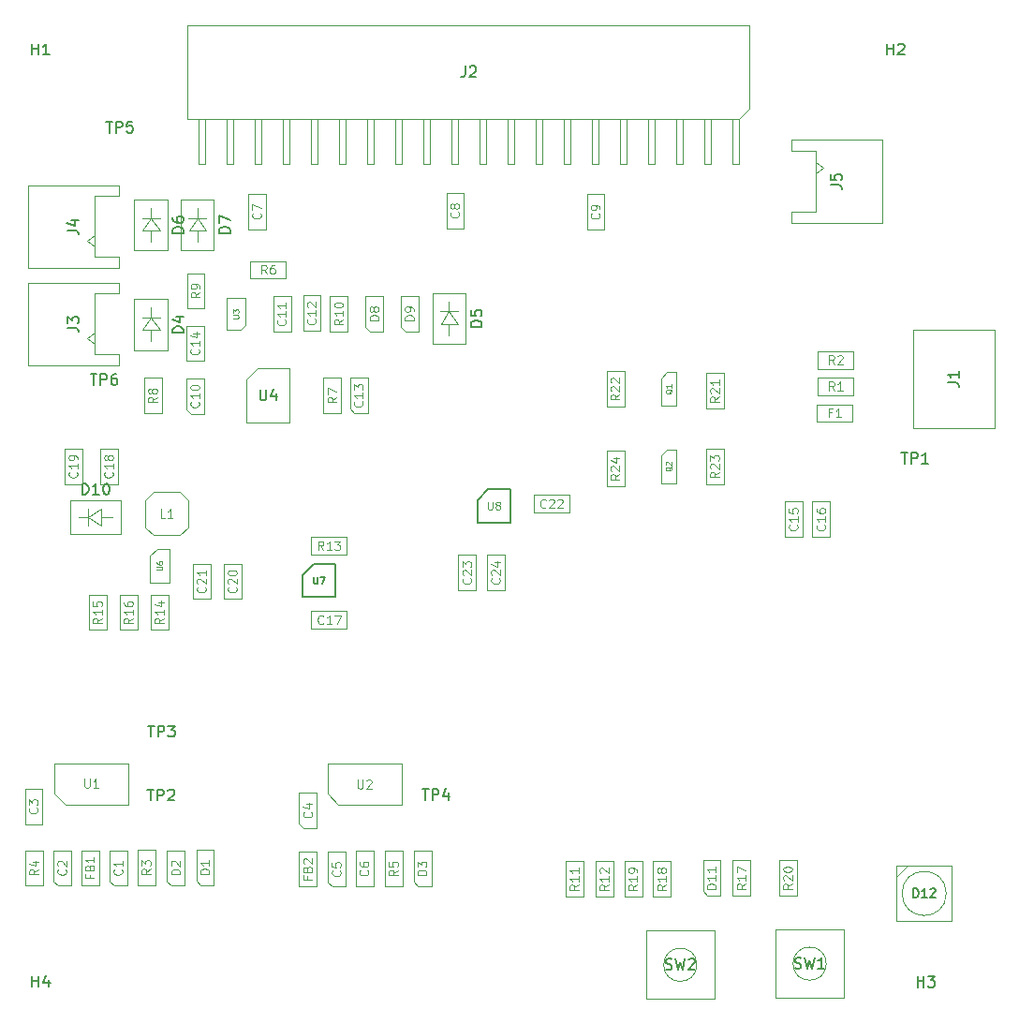
<source format=gbr>
G04 #@! TF.GenerationSoftware,KiCad,Pcbnew,(5.1.9)-1*
G04 #@! TF.CreationDate,2021-06-08T10:33:40+02:00*
G04 #@! TF.ProjectId,DynaQube,44796e61-5175-4626-952e-6b696361645f,v1.2*
G04 #@! TF.SameCoordinates,Original*
G04 #@! TF.FileFunction,Other,Fab,Top*
%FSLAX46Y46*%
G04 Gerber Fmt 4.6, Leading zero omitted, Abs format (unit mm)*
G04 Created by KiCad (PCBNEW (5.1.9)-1) date 2021-06-08 10:33:40*
%MOMM*%
%LPD*%
G01*
G04 APERTURE LIST*
%ADD10C,0.100000*%
%ADD11C,0.150000*%
%ADD12C,0.120000*%
%ADD13C,0.075000*%
%ADD14C,0.105000*%
G04 APERTURE END LIST*
D10*
X57750000Y-77750000D02*
X56150000Y-77750000D01*
X56150000Y-77750000D02*
X56150000Y-74550000D01*
X56150000Y-74550000D02*
X57750000Y-74550000D01*
X57750000Y-74550000D02*
X57750000Y-77750000D01*
X38650000Y-124700000D02*
X38650000Y-127500000D01*
X38650000Y-127500000D02*
X39050000Y-127900000D01*
X39050000Y-127900000D02*
X40250000Y-127900000D01*
X40250000Y-127900000D02*
X40250000Y-124700000D01*
X40250000Y-124700000D02*
X38650000Y-124700000D01*
X49220000Y-77700000D02*
X49220000Y-74800000D01*
X49220000Y-74800000D02*
X50980000Y-74800000D01*
X50980000Y-77250000D02*
X50980000Y-74800000D01*
X49220000Y-77700000D02*
X50530000Y-77700000D01*
X50980000Y-77250000D02*
X50530000Y-77700000D01*
X45650000Y-75750000D02*
X45650000Y-72550000D01*
X47250000Y-75750000D02*
X45650000Y-75750000D01*
X47250000Y-72550000D02*
X47250000Y-75750000D01*
X45650000Y-72550000D02*
X47250000Y-72550000D01*
X51400000Y-71450000D02*
X54600000Y-71450000D01*
X51400000Y-73050000D02*
X51400000Y-71450000D01*
X54600000Y-73050000D02*
X51400000Y-73050000D01*
X54600000Y-71450000D02*
X54600000Y-73050000D01*
X69348980Y-76000560D02*
X70149080Y-77151180D01*
X69348980Y-76000560D02*
X68599680Y-77151180D01*
X68599680Y-77151180D02*
X70149080Y-77151180D01*
X70149080Y-76000560D02*
X68548880Y-76000560D01*
X69348980Y-77151180D02*
X69348980Y-78149400D01*
X69348980Y-76000560D02*
X69348980Y-75098860D01*
X70850000Y-78950000D02*
X70850000Y-74350000D01*
X70850000Y-78950000D02*
X67850000Y-78950000D01*
X67850000Y-74350000D02*
X70850000Y-74350000D01*
X67850000Y-78950000D02*
X67850000Y-74350000D01*
X45600000Y-80500000D02*
X45600000Y-77300000D01*
X47200000Y-80500000D02*
X45600000Y-80500000D01*
X47200000Y-77300000D02*
X47200000Y-80500000D01*
X45600000Y-77300000D02*
X47200000Y-77300000D01*
X55050000Y-74650000D02*
X55050000Y-77850000D01*
X53450000Y-74650000D02*
X55050000Y-74650000D01*
X53450000Y-77850000D02*
X53450000Y-74650000D01*
X55050000Y-77850000D02*
X53450000Y-77850000D01*
D11*
X56090000Y-99830000D02*
X57090000Y-98830000D01*
X56090000Y-101830000D02*
X56090000Y-99830000D01*
X59090000Y-101830000D02*
X56090000Y-101830000D01*
X59090000Y-98830000D02*
X59090000Y-101830000D01*
X57090000Y-98830000D02*
X59090000Y-98830000D01*
D10*
X60100000Y-96400000D02*
X60100000Y-98000000D01*
X60100000Y-98000000D02*
X56900000Y-98000000D01*
X56900000Y-98000000D02*
X56900000Y-96400000D01*
X56900000Y-96400000D02*
X60100000Y-96400000D01*
X60100000Y-103100000D02*
X60100000Y-104700000D01*
X60100000Y-104700000D02*
X56900000Y-104700000D01*
X56900000Y-104700000D02*
X56900000Y-103100000D01*
X56900000Y-103100000D02*
X60100000Y-103100000D01*
X81800000Y-65400000D02*
X83400000Y-65400000D01*
X83400000Y-65400000D02*
X83400000Y-68600000D01*
X83400000Y-68600000D02*
X81800000Y-68600000D01*
X81800000Y-68600000D02*
X81800000Y-65400000D01*
X96530000Y-50120000D02*
X96530000Y-57660000D01*
X96530000Y-57660000D02*
X95560000Y-58630000D01*
X95560000Y-58630000D02*
X45730000Y-58630000D01*
X45730000Y-58630000D02*
X45730000Y-50120000D01*
X45730000Y-50120000D02*
X96530000Y-50120000D01*
X95560000Y-62690000D02*
X95560000Y-58630000D01*
X94960000Y-58630000D02*
X94960000Y-62690000D01*
X94960000Y-62690000D02*
X95560000Y-62690000D01*
X93020000Y-62690000D02*
X93020000Y-58630000D01*
X92420000Y-58630000D02*
X92420000Y-62690000D01*
X92420000Y-62690000D02*
X93020000Y-62690000D01*
X90480000Y-62690000D02*
X90480000Y-58630000D01*
X89880000Y-58630000D02*
X89880000Y-62690000D01*
X89880000Y-62690000D02*
X90480000Y-62690000D01*
X87940000Y-62690000D02*
X87940000Y-58630000D01*
X87340000Y-58630000D02*
X87340000Y-62690000D01*
X87340000Y-62690000D02*
X87940000Y-62690000D01*
X85400000Y-62690000D02*
X85400000Y-58630000D01*
X84800000Y-58630000D02*
X84800000Y-62690000D01*
X84800000Y-62690000D02*
X85400000Y-62690000D01*
X82860000Y-62690000D02*
X82860000Y-58630000D01*
X82260000Y-58630000D02*
X82260000Y-62690000D01*
X82260000Y-62690000D02*
X82860000Y-62690000D01*
X80320000Y-62690000D02*
X80320000Y-58630000D01*
X79720000Y-58630000D02*
X79720000Y-62690000D01*
X79720000Y-62690000D02*
X80320000Y-62690000D01*
X77780000Y-62690000D02*
X77780000Y-58630000D01*
X77180000Y-58630000D02*
X77180000Y-62690000D01*
X77180000Y-62690000D02*
X77780000Y-62690000D01*
X75240000Y-62690000D02*
X75240000Y-58630000D01*
X74640000Y-58630000D02*
X74640000Y-62690000D01*
X74640000Y-62690000D02*
X75240000Y-62690000D01*
X72700000Y-62690000D02*
X72700000Y-58630000D01*
X72100000Y-58630000D02*
X72100000Y-62690000D01*
X72100000Y-62690000D02*
X72700000Y-62690000D01*
X70160000Y-62690000D02*
X70160000Y-58630000D01*
X69560000Y-58630000D02*
X69560000Y-62690000D01*
X69560000Y-62690000D02*
X70160000Y-62690000D01*
X67620000Y-62690000D02*
X67620000Y-58630000D01*
X67020000Y-58630000D02*
X67020000Y-62690000D01*
X67020000Y-62690000D02*
X67620000Y-62690000D01*
X65080000Y-62690000D02*
X65080000Y-58630000D01*
X64480000Y-58630000D02*
X64480000Y-62690000D01*
X64480000Y-62690000D02*
X65080000Y-62690000D01*
X62540000Y-62690000D02*
X62540000Y-58630000D01*
X61940000Y-58630000D02*
X61940000Y-62690000D01*
X61940000Y-62690000D02*
X62540000Y-62690000D01*
X60000000Y-62690000D02*
X60000000Y-58630000D01*
X59400000Y-58630000D02*
X59400000Y-62690000D01*
X59400000Y-62690000D02*
X60000000Y-62690000D01*
X57460000Y-62690000D02*
X57460000Y-58630000D01*
X56860000Y-58630000D02*
X56860000Y-62690000D01*
X56860000Y-62690000D02*
X57460000Y-62690000D01*
X54920000Y-62690000D02*
X54920000Y-58630000D01*
X54320000Y-58630000D02*
X54320000Y-62690000D01*
X54320000Y-62690000D02*
X54920000Y-62690000D01*
X52380000Y-62690000D02*
X52380000Y-58630000D01*
X51780000Y-58630000D02*
X51780000Y-62690000D01*
X51780000Y-62690000D02*
X52380000Y-62690000D01*
X49840000Y-62690000D02*
X49840000Y-58630000D01*
X49240000Y-58630000D02*
X49240000Y-62690000D01*
X49240000Y-62690000D02*
X49840000Y-62690000D01*
X47300000Y-62690000D02*
X47300000Y-58630000D01*
X46700000Y-58630000D02*
X46700000Y-62690000D01*
X46700000Y-62690000D02*
X47300000Y-62690000D01*
X42300000Y-98100000D02*
X42950000Y-97450000D01*
X44100000Y-97450000D02*
X42950000Y-97450000D01*
X42300000Y-98100000D02*
X42300000Y-100550000D01*
X44100000Y-100550000D02*
X42300000Y-100550000D01*
X44100000Y-97450000D02*
X44100000Y-100550000D01*
X41200000Y-104800000D02*
X39600000Y-104800000D01*
X39600000Y-104800000D02*
X39600000Y-101600000D01*
X39600000Y-101600000D02*
X41200000Y-101600000D01*
X41200000Y-101600000D02*
X41200000Y-104800000D01*
X38400000Y-104800000D02*
X36800000Y-104800000D01*
X36800000Y-104800000D02*
X36800000Y-101600000D01*
X36800000Y-101600000D02*
X38400000Y-101600000D01*
X38400000Y-101600000D02*
X38400000Y-104800000D01*
X44000000Y-104800000D02*
X42400000Y-104800000D01*
X42400000Y-104800000D02*
X42400000Y-101600000D01*
X42400000Y-101600000D02*
X44000000Y-101600000D01*
X44000000Y-101600000D02*
X44000000Y-104800000D01*
X42600000Y-96250000D02*
X41850000Y-95500000D01*
X45750000Y-95500000D02*
X45010000Y-96250000D01*
X45750000Y-93100000D02*
X45000000Y-92350000D01*
X42600000Y-92350000D02*
X41850000Y-93100000D01*
X45750000Y-93100000D02*
X45750000Y-95500000D01*
X42600000Y-92350000D02*
X45000000Y-92350000D01*
X41850000Y-95500000D02*
X41850000Y-93100000D01*
X45000000Y-96250000D02*
X42600000Y-96250000D01*
X39700000Y-96100000D02*
X35100000Y-96100000D01*
X35100000Y-96100000D02*
X35100000Y-93100000D01*
X39700000Y-93100000D02*
X39700000Y-96100000D01*
X39700000Y-93100000D02*
X35100000Y-93100000D01*
X36750560Y-94601020D02*
X35848860Y-94601020D01*
X37901180Y-94601020D02*
X38899400Y-94601020D01*
X36750560Y-93800920D02*
X36750560Y-95401120D01*
X37901180Y-95350320D02*
X37901180Y-93800920D01*
X36750560Y-94601020D02*
X37901180Y-95350320D01*
X36750560Y-94601020D02*
X37901180Y-93800920D01*
X46200000Y-98800000D02*
X47800000Y-98800000D01*
X47800000Y-98800000D02*
X47800000Y-102000000D01*
X47800000Y-102000000D02*
X46200000Y-102000000D01*
X46200000Y-102000000D02*
X46200000Y-98800000D01*
X49000000Y-98800000D02*
X50600000Y-98800000D01*
X50600000Y-98800000D02*
X50600000Y-102000000D01*
X50600000Y-102000000D02*
X49000000Y-102000000D01*
X49000000Y-102000000D02*
X49000000Y-98800000D01*
X36200000Y-91600000D02*
X34600000Y-91600000D01*
X34600000Y-91600000D02*
X34600000Y-88400000D01*
X34600000Y-88400000D02*
X36200000Y-88400000D01*
X36200000Y-88400000D02*
X36200000Y-91600000D01*
X39400000Y-91600000D02*
X37800000Y-91600000D01*
X37800000Y-91600000D02*
X37800000Y-88400000D01*
X37800000Y-88400000D02*
X39400000Y-88400000D01*
X39400000Y-88400000D02*
X39400000Y-91600000D01*
X40900000Y-70500000D02*
X40900000Y-65900000D01*
X40900000Y-65900000D02*
X43900000Y-65900000D01*
X43900000Y-70500000D02*
X40900000Y-70500000D01*
X43900000Y-70500000D02*
X43900000Y-65900000D01*
X42398980Y-67550560D02*
X42398980Y-66648860D01*
X42398980Y-68701180D02*
X42398980Y-69699400D01*
X43199080Y-67550560D02*
X41598880Y-67550560D01*
X41649680Y-68701180D02*
X43199080Y-68701180D01*
X42398980Y-67550560D02*
X41649680Y-68701180D01*
X42398980Y-67550560D02*
X43199080Y-68701180D01*
X52025000Y-81150000D02*
X54950000Y-81150000D01*
X54950000Y-81150000D02*
X54950000Y-86050000D01*
X54950000Y-86050000D02*
X51050000Y-86050000D01*
X51050000Y-86050000D02*
X51050000Y-82125000D01*
X51050000Y-82125000D02*
X52025000Y-81150000D01*
X58600000Y-74600000D02*
X60200000Y-74600000D01*
X60200000Y-74600000D02*
X60200000Y-77800000D01*
X60200000Y-77800000D02*
X58600000Y-77800000D01*
X58600000Y-77800000D02*
X58600000Y-74600000D01*
X41800000Y-82000000D02*
X43400000Y-82000000D01*
X43400000Y-82000000D02*
X43400000Y-85200000D01*
X43400000Y-85200000D02*
X41800000Y-85200000D01*
X41800000Y-85200000D02*
X41800000Y-82000000D01*
X59600000Y-85200000D02*
X58000000Y-85200000D01*
X58000000Y-85200000D02*
X58000000Y-82000000D01*
X58000000Y-82000000D02*
X59600000Y-82000000D01*
X59600000Y-82000000D02*
X59600000Y-85200000D01*
X102500000Y-61500000D02*
X100300000Y-61500000D01*
X100300000Y-61500000D02*
X100300000Y-60500000D01*
X100300000Y-60500000D02*
X108500000Y-60500000D01*
X108500000Y-60500000D02*
X108500000Y-68000000D01*
X108500000Y-68000000D02*
X100300000Y-68000000D01*
X100300000Y-68000000D02*
X100300000Y-67000000D01*
X100300000Y-67000000D02*
X102500000Y-67000000D01*
X102500000Y-67000000D02*
X102500000Y-61500000D01*
X102500000Y-62500000D02*
X103207107Y-63000000D01*
X103207107Y-63000000D02*
X102500000Y-63500000D01*
X65000000Y-74600000D02*
X65000000Y-77400000D01*
X65000000Y-77400000D02*
X65400000Y-77800000D01*
X65400000Y-77800000D02*
X66600000Y-77800000D01*
X66600000Y-77800000D02*
X66600000Y-74600000D01*
X66600000Y-74600000D02*
X65000000Y-74600000D01*
X61800000Y-74600000D02*
X61800000Y-77400000D01*
X61800000Y-77400000D02*
X62200000Y-77800000D01*
X62200000Y-77800000D02*
X63400000Y-77800000D01*
X63400000Y-77800000D02*
X63400000Y-74600000D01*
X63400000Y-74600000D02*
X61800000Y-74600000D01*
X45100000Y-70500000D02*
X45100000Y-65900000D01*
X45100000Y-65900000D02*
X48100000Y-65900000D01*
X48100000Y-70500000D02*
X45100000Y-70500000D01*
X48100000Y-70500000D02*
X48100000Y-65900000D01*
X46598980Y-67550560D02*
X46598980Y-66648860D01*
X46598980Y-68701180D02*
X46598980Y-69699400D01*
X47399080Y-67550560D02*
X45798880Y-67550560D01*
X45849680Y-68701180D02*
X47399080Y-68701180D01*
X46598980Y-67550560D02*
X45849680Y-68701180D01*
X46598980Y-67550560D02*
X47399080Y-68701180D01*
X40900000Y-79500000D02*
X40900000Y-74900000D01*
X40900000Y-74900000D02*
X43900000Y-74900000D01*
X43900000Y-79500000D02*
X40900000Y-79500000D01*
X43900000Y-79500000D02*
X43900000Y-74900000D01*
X42398980Y-76550560D02*
X42398980Y-75648860D01*
X42398980Y-77701180D02*
X42398980Y-78699400D01*
X43199080Y-76550560D02*
X41598880Y-76550560D01*
X41649680Y-77701180D02*
X43199080Y-77701180D01*
X42398980Y-76550560D02*
X41649680Y-77701180D01*
X42398980Y-76550560D02*
X43199080Y-77701180D01*
X60400000Y-82000000D02*
X60400000Y-84800000D01*
X60400000Y-84800000D02*
X60800000Y-85200000D01*
X60800000Y-85200000D02*
X62000000Y-85200000D01*
X62000000Y-85200000D02*
X62000000Y-82000000D01*
X62000000Y-82000000D02*
X60400000Y-82000000D01*
X45600000Y-82050000D02*
X45600000Y-84850000D01*
X45600000Y-84850000D02*
X46000000Y-85250000D01*
X46000000Y-85250000D02*
X47200000Y-85250000D01*
X47200000Y-85250000D02*
X47200000Y-82050000D01*
X47200000Y-82050000D02*
X45600000Y-82050000D01*
X99200000Y-125600000D02*
X100800000Y-125600000D01*
X100800000Y-125600000D02*
X100800000Y-128800000D01*
X100800000Y-128800000D02*
X99200000Y-128800000D01*
X99200000Y-128800000D02*
X99200000Y-125600000D01*
X92600000Y-88400000D02*
X94200000Y-88400000D01*
X94200000Y-88400000D02*
X94200000Y-91600000D01*
X94200000Y-91600000D02*
X92600000Y-91600000D01*
X92600000Y-91600000D02*
X92600000Y-88400000D01*
X83600000Y-88600000D02*
X85200000Y-88600000D01*
X85200000Y-88600000D02*
X85200000Y-91800000D01*
X85200000Y-91800000D02*
X83600000Y-91800000D01*
X83600000Y-91800000D02*
X83600000Y-88600000D01*
X92600000Y-81600000D02*
X94200000Y-81600000D01*
X94200000Y-81600000D02*
X94200000Y-84800000D01*
X94200000Y-84800000D02*
X92600000Y-84800000D01*
X92600000Y-84800000D02*
X92600000Y-81600000D01*
X83600000Y-81400000D02*
X85200000Y-81400000D01*
X85200000Y-81400000D02*
X85200000Y-84600000D01*
X85200000Y-84600000D02*
X83600000Y-84600000D01*
X83600000Y-84600000D02*
X83600000Y-81400000D01*
X88500000Y-89050000D02*
X88500000Y-91500000D01*
X89050000Y-88480000D02*
X89900000Y-88480000D01*
X88500000Y-89050000D02*
X89050000Y-88480000D01*
X89900000Y-88480000D02*
X89900000Y-91520000D01*
X88500000Y-91520000D02*
X89900000Y-91520000D01*
X88500000Y-82050000D02*
X88500000Y-84500000D01*
X89050000Y-81480000D02*
X89900000Y-81480000D01*
X88500000Y-82050000D02*
X89050000Y-81480000D01*
X89900000Y-81480000D02*
X89900000Y-84520000D01*
X88500000Y-84520000D02*
X89900000Y-84520000D01*
D11*
X72900000Y-92100000D02*
X74900000Y-92100000D01*
X74900000Y-92100000D02*
X74900000Y-95100000D01*
X74900000Y-95100000D02*
X71900000Y-95100000D01*
X71900000Y-95100000D02*
X71900000Y-93100000D01*
X71900000Y-93100000D02*
X72900000Y-92100000D01*
D10*
X59350000Y-120600000D02*
X58350000Y-119600000D01*
X59350000Y-120600000D02*
X65050000Y-120600000D01*
X58350000Y-119600000D02*
X58350000Y-116900000D01*
X65050000Y-120600000D02*
X65050000Y-116900000D01*
X58350000Y-116900000D02*
X65050000Y-116900000D01*
X63550000Y-124750000D02*
X65150000Y-124750000D01*
X65150000Y-124750000D02*
X65150000Y-127950000D01*
X65150000Y-127950000D02*
X63550000Y-127950000D01*
X63550000Y-127950000D02*
X63550000Y-124750000D01*
X55800000Y-124800000D02*
X57400000Y-124800000D01*
X57400000Y-124800000D02*
X57400000Y-128000000D01*
X57400000Y-128000000D02*
X55800000Y-128000000D01*
X55800000Y-128000000D02*
X55800000Y-124800000D01*
X66150000Y-124750000D02*
X66150000Y-127550000D01*
X66150000Y-127550000D02*
X66550000Y-127950000D01*
X66550000Y-127950000D02*
X67750000Y-127950000D01*
X67750000Y-127950000D02*
X67750000Y-124750000D01*
X67750000Y-124750000D02*
X66150000Y-124750000D01*
X72800000Y-98000000D02*
X74400000Y-98000000D01*
X74400000Y-98000000D02*
X74400000Y-101200000D01*
X74400000Y-101200000D02*
X72800000Y-101200000D01*
X72800000Y-101200000D02*
X72800000Y-98000000D01*
X70200000Y-98000000D02*
X71800000Y-98000000D01*
X71800000Y-98000000D02*
X71800000Y-101200000D01*
X71800000Y-101200000D02*
X70200000Y-101200000D01*
X70200000Y-101200000D02*
X70200000Y-98000000D01*
X77000000Y-94200000D02*
X77000000Y-92600000D01*
X77000000Y-92600000D02*
X80200000Y-92600000D01*
X80200000Y-92600000D02*
X80200000Y-94200000D01*
X80200000Y-94200000D02*
X77000000Y-94200000D01*
X60900000Y-124750000D02*
X62500000Y-124750000D01*
X62500000Y-124750000D02*
X62500000Y-127950000D01*
X62500000Y-127950000D02*
X60900000Y-127950000D01*
X60900000Y-127950000D02*
X60900000Y-124750000D01*
X58400000Y-124800000D02*
X58400000Y-127600000D01*
X58400000Y-127600000D02*
X58800000Y-128000000D01*
X58800000Y-128000000D02*
X60000000Y-128000000D01*
X60000000Y-128000000D02*
X60000000Y-124800000D01*
X60000000Y-124800000D02*
X58400000Y-124800000D01*
X55800000Y-119500000D02*
X55800000Y-122300000D01*
X55800000Y-122300000D02*
X56200000Y-122700000D01*
X56200000Y-122700000D02*
X57400000Y-122700000D01*
X57400000Y-122700000D02*
X57400000Y-119500000D01*
X57400000Y-119500000D02*
X55800000Y-119500000D01*
X93350000Y-138150000D02*
X87150000Y-138150000D01*
X87150000Y-138150000D02*
X87150000Y-131950000D01*
X87150000Y-131950000D02*
X93350000Y-131950000D01*
X93350000Y-131950000D02*
X93350000Y-138150000D01*
X91750000Y-135050000D02*
G75*
G03*
X91750000Y-135050000I-1500000J0D01*
G01*
X105050000Y-138050000D02*
X98850000Y-138050000D01*
X98850000Y-138050000D02*
X98850000Y-131850000D01*
X98850000Y-131850000D02*
X105050000Y-131850000D01*
X105050000Y-131850000D02*
X105050000Y-138050000D01*
X103450000Y-134950000D02*
G75*
G03*
X103450000Y-134950000I-1500000J0D01*
G01*
X111320000Y-86570000D02*
X118640000Y-86570000D01*
X118640000Y-77630000D02*
X118640000Y-86570000D01*
X111320000Y-77630000D02*
X118640000Y-77630000D01*
X111320000Y-86570000D02*
X111320000Y-77630000D01*
X109800000Y-127100000D02*
X110800000Y-126100000D01*
X114800000Y-131100000D02*
X114800000Y-126100000D01*
X114800000Y-126100000D02*
X109800000Y-126100000D01*
X109800000Y-126100000D02*
X109800000Y-131100000D01*
X109800000Y-131100000D02*
X114800000Y-131100000D01*
X114300000Y-128600000D02*
G75*
G03*
X114300000Y-128600000I-2000000J0D01*
G01*
X85200000Y-125700000D02*
X86800000Y-125700000D01*
X86800000Y-125700000D02*
X86800000Y-128900000D01*
X86800000Y-128900000D02*
X85200000Y-128900000D01*
X85200000Y-128900000D02*
X85200000Y-125700000D01*
X87800000Y-125700000D02*
X89400000Y-125700000D01*
X89400000Y-125700000D02*
X89400000Y-128900000D01*
X89400000Y-128900000D02*
X87800000Y-128900000D01*
X87800000Y-128900000D02*
X87800000Y-125700000D01*
X84200000Y-128900000D02*
X82600000Y-128900000D01*
X82600000Y-128900000D02*
X82600000Y-125700000D01*
X82600000Y-125700000D02*
X84200000Y-125700000D01*
X84200000Y-125700000D02*
X84200000Y-128900000D01*
X81500000Y-128900000D02*
X79900000Y-128900000D01*
X79900000Y-128900000D02*
X79900000Y-125700000D01*
X79900000Y-125700000D02*
X81500000Y-125700000D01*
X81500000Y-125700000D02*
X81500000Y-128900000D01*
X102700000Y-81200000D02*
X102700000Y-79600000D01*
X102700000Y-79600000D02*
X105900000Y-79600000D01*
X105900000Y-79600000D02*
X105900000Y-81200000D01*
X105900000Y-81200000D02*
X102700000Y-81200000D01*
X102700000Y-83600000D02*
X102700000Y-82000000D01*
X102700000Y-82000000D02*
X105900000Y-82000000D01*
X105900000Y-82000000D02*
X105900000Y-83600000D01*
X105900000Y-83600000D02*
X102700000Y-83600000D01*
X105812500Y-84400000D02*
X105812500Y-86000000D01*
X105812500Y-86000000D02*
X102612500Y-86000000D01*
X102612500Y-86000000D02*
X102612500Y-84400000D01*
X102612500Y-84400000D02*
X105812500Y-84400000D01*
X103800000Y-96400000D02*
X102200000Y-96400000D01*
X102200000Y-96400000D02*
X102200000Y-93200000D01*
X102200000Y-93200000D02*
X103800000Y-93200000D01*
X103800000Y-93200000D02*
X103800000Y-96400000D01*
X101300000Y-96400000D02*
X99700000Y-96400000D01*
X99700000Y-96400000D02*
X99700000Y-93200000D01*
X99700000Y-93200000D02*
X101300000Y-93200000D01*
X101300000Y-93200000D02*
X101300000Y-96400000D01*
X33600000Y-124700000D02*
X33600000Y-127500000D01*
X33600000Y-127500000D02*
X34000000Y-127900000D01*
X34000000Y-127900000D02*
X35200000Y-127900000D01*
X35200000Y-127900000D02*
X35200000Y-124700000D01*
X35200000Y-124700000D02*
X33600000Y-124700000D01*
X31000000Y-119150000D02*
X32600000Y-119150000D01*
X32600000Y-119150000D02*
X32600000Y-122350000D01*
X32600000Y-122350000D02*
X31000000Y-122350000D01*
X31000000Y-122350000D02*
X31000000Y-119150000D01*
X46500000Y-124650000D02*
X46500000Y-127450000D01*
X46500000Y-127450000D02*
X46900000Y-127850000D01*
X46900000Y-127850000D02*
X48100000Y-127850000D01*
X48100000Y-127850000D02*
X48100000Y-124650000D01*
X48100000Y-124650000D02*
X46500000Y-124650000D01*
X37300000Y-79900000D02*
X39500000Y-79900000D01*
X39500000Y-79900000D02*
X39500000Y-80900000D01*
X39500000Y-80900000D02*
X31300000Y-80900000D01*
X31300000Y-80900000D02*
X31300000Y-73400000D01*
X31300000Y-73400000D02*
X39500000Y-73400000D01*
X39500000Y-73400000D02*
X39500000Y-74400000D01*
X39500000Y-74400000D02*
X37300000Y-74400000D01*
X37300000Y-74400000D02*
X37300000Y-79900000D01*
X37300000Y-78900000D02*
X36592893Y-78400000D01*
X36592893Y-78400000D02*
X37300000Y-77900000D01*
X34650000Y-120550000D02*
X33650000Y-119550000D01*
X34650000Y-120550000D02*
X40350000Y-120550000D01*
X33650000Y-119550000D02*
X33650000Y-116850000D01*
X40350000Y-120550000D02*
X40350000Y-116850000D01*
X33650000Y-116850000D02*
X40350000Y-116850000D01*
X96600000Y-128800000D02*
X95000000Y-128800000D01*
X95000000Y-128800000D02*
X95000000Y-125600000D01*
X95000000Y-125600000D02*
X96600000Y-125600000D01*
X96600000Y-125600000D02*
X96600000Y-128800000D01*
X92300000Y-125600000D02*
X92300000Y-128400000D01*
X92300000Y-128400000D02*
X92700000Y-128800000D01*
X92700000Y-128800000D02*
X93900000Y-128800000D01*
X93900000Y-128800000D02*
X93900000Y-125600000D01*
X93900000Y-125600000D02*
X92300000Y-125600000D01*
X37300000Y-71100000D02*
X39500000Y-71100000D01*
X39500000Y-71100000D02*
X39500000Y-72100000D01*
X39500000Y-72100000D02*
X31300000Y-72100000D01*
X31300000Y-72100000D02*
X31300000Y-64600000D01*
X31300000Y-64600000D02*
X39500000Y-64600000D01*
X39500000Y-64600000D02*
X39500000Y-65600000D01*
X39500000Y-65600000D02*
X37300000Y-65600000D01*
X37300000Y-65600000D02*
X37300000Y-71100000D01*
X37300000Y-70100000D02*
X36592893Y-69600000D01*
X36592893Y-69600000D02*
X37300000Y-69100000D01*
X31050000Y-124700000D02*
X32650000Y-124700000D01*
X32650000Y-124700000D02*
X32650000Y-127900000D01*
X32650000Y-127900000D02*
X31050000Y-127900000D01*
X31050000Y-127900000D02*
X31050000Y-124700000D01*
X41200000Y-124650000D02*
X42800000Y-124650000D01*
X42800000Y-124650000D02*
X42800000Y-127850000D01*
X42800000Y-127850000D02*
X41200000Y-127850000D01*
X41200000Y-127850000D02*
X41200000Y-124650000D01*
X36100000Y-124700000D02*
X37700000Y-124700000D01*
X37700000Y-124700000D02*
X37700000Y-127900000D01*
X37700000Y-127900000D02*
X36100000Y-127900000D01*
X36100000Y-127900000D02*
X36100000Y-124700000D01*
X43850000Y-124700000D02*
X43850000Y-127500000D01*
X43850000Y-127500000D02*
X44250000Y-127900000D01*
X44250000Y-127900000D02*
X45450000Y-127900000D01*
X45450000Y-127900000D02*
X45450000Y-124700000D01*
X45450000Y-124700000D02*
X43850000Y-124700000D01*
X69100000Y-65300000D02*
X70700000Y-65300000D01*
X70700000Y-65300000D02*
X70700000Y-68500000D01*
X70700000Y-68500000D02*
X69100000Y-68500000D01*
X69100000Y-68500000D02*
X69100000Y-65300000D01*
X51200000Y-65400000D02*
X52800000Y-65400000D01*
X52800000Y-65400000D02*
X52800000Y-68600000D01*
X52800000Y-68600000D02*
X51200000Y-68600000D01*
X51200000Y-68600000D02*
X51200000Y-65400000D01*
D12*
X57235714Y-76664285D02*
X57273809Y-76702380D01*
X57311904Y-76816666D01*
X57311904Y-76892857D01*
X57273809Y-77007142D01*
X57197619Y-77083333D01*
X57121428Y-77121428D01*
X56969047Y-77159523D01*
X56854761Y-77159523D01*
X56702380Y-77121428D01*
X56626190Y-77083333D01*
X56550000Y-77007142D01*
X56511904Y-76892857D01*
X56511904Y-76816666D01*
X56550000Y-76702380D01*
X56588095Y-76664285D01*
X57311904Y-75902380D02*
X57311904Y-76359523D01*
X57311904Y-76130952D02*
X56511904Y-76130952D01*
X56626190Y-76207142D01*
X56702380Y-76283333D01*
X56740476Y-76359523D01*
X56588095Y-75597619D02*
X56550000Y-75559523D01*
X56511904Y-75483333D01*
X56511904Y-75292857D01*
X56550000Y-75216666D01*
X56588095Y-75178571D01*
X56664285Y-75140476D01*
X56740476Y-75140476D01*
X56854761Y-75178571D01*
X57311904Y-75635714D01*
X57311904Y-75140476D01*
X39735714Y-126433333D02*
X39773809Y-126471428D01*
X39811904Y-126585714D01*
X39811904Y-126661904D01*
X39773809Y-126776190D01*
X39697619Y-126852380D01*
X39621428Y-126890476D01*
X39469047Y-126928571D01*
X39354761Y-126928571D01*
X39202380Y-126890476D01*
X39126190Y-126852380D01*
X39050000Y-126776190D01*
X39011904Y-126661904D01*
X39011904Y-126585714D01*
X39050000Y-126471428D01*
X39088095Y-126433333D01*
X39811904Y-125671428D02*
X39811904Y-126128571D01*
X39811904Y-125900000D02*
X39011904Y-125900000D01*
X39126190Y-125976190D01*
X39202380Y-126052380D01*
X39240476Y-126128571D01*
D13*
X49826190Y-76630952D02*
X50230952Y-76630952D01*
X50278571Y-76607142D01*
X50302380Y-76583333D01*
X50326190Y-76535714D01*
X50326190Y-76440476D01*
X50302380Y-76392857D01*
X50278571Y-76369047D01*
X50230952Y-76345238D01*
X49826190Y-76345238D01*
X49826190Y-76154761D02*
X49826190Y-75845238D01*
X50016666Y-76011904D01*
X50016666Y-75940476D01*
X50040476Y-75892857D01*
X50064285Y-75869047D01*
X50111904Y-75845238D01*
X50230952Y-75845238D01*
X50278571Y-75869047D01*
X50302380Y-75892857D01*
X50326190Y-75940476D01*
X50326190Y-76083333D01*
X50302380Y-76130952D01*
X50278571Y-76154761D01*
D12*
X46811904Y-74283333D02*
X46430952Y-74550000D01*
X46811904Y-74740476D02*
X46011904Y-74740476D01*
X46011904Y-74435714D01*
X46050000Y-74359523D01*
X46088095Y-74321428D01*
X46164285Y-74283333D01*
X46278571Y-74283333D01*
X46354761Y-74321428D01*
X46392857Y-74359523D01*
X46430952Y-74435714D01*
X46430952Y-74740476D01*
X46811904Y-73902380D02*
X46811904Y-73750000D01*
X46773809Y-73673809D01*
X46735714Y-73635714D01*
X46621428Y-73559523D01*
X46469047Y-73521428D01*
X46164285Y-73521428D01*
X46088095Y-73559523D01*
X46050000Y-73597619D01*
X46011904Y-73673809D01*
X46011904Y-73826190D01*
X46050000Y-73902380D01*
X46088095Y-73940476D01*
X46164285Y-73978571D01*
X46354761Y-73978571D01*
X46430952Y-73940476D01*
X46469047Y-73902380D01*
X46507142Y-73826190D01*
X46507142Y-73673809D01*
X46469047Y-73597619D01*
X46430952Y-73559523D01*
X46354761Y-73521428D01*
X52866666Y-72611904D02*
X52600000Y-72230952D01*
X52409523Y-72611904D02*
X52409523Y-71811904D01*
X52714285Y-71811904D01*
X52790476Y-71850000D01*
X52828571Y-71888095D01*
X52866666Y-71964285D01*
X52866666Y-72078571D01*
X52828571Y-72154761D01*
X52790476Y-72192857D01*
X52714285Y-72230952D01*
X52409523Y-72230952D01*
X53552380Y-71811904D02*
X53400000Y-71811904D01*
X53323809Y-71850000D01*
X53285714Y-71888095D01*
X53209523Y-72002380D01*
X53171428Y-72154761D01*
X53171428Y-72459523D01*
X53209523Y-72535714D01*
X53247619Y-72573809D01*
X53323809Y-72611904D01*
X53476190Y-72611904D01*
X53552380Y-72573809D01*
X53590476Y-72535714D01*
X53628571Y-72459523D01*
X53628571Y-72269047D01*
X53590476Y-72192857D01*
X53552380Y-72154761D01*
X53476190Y-72116666D01*
X53323809Y-72116666D01*
X53247619Y-72154761D01*
X53209523Y-72192857D01*
X53171428Y-72269047D01*
D11*
X72302380Y-77388095D02*
X71302380Y-77388095D01*
X71302380Y-77150000D01*
X71350000Y-77007142D01*
X71445238Y-76911904D01*
X71540476Y-76864285D01*
X71730952Y-76816666D01*
X71873809Y-76816666D01*
X72064285Y-76864285D01*
X72159523Y-76911904D01*
X72254761Y-77007142D01*
X72302380Y-77150000D01*
X72302380Y-77388095D01*
X71302380Y-75911904D02*
X71302380Y-76388095D01*
X71778571Y-76435714D01*
X71730952Y-76388095D01*
X71683333Y-76292857D01*
X71683333Y-76054761D01*
X71730952Y-75959523D01*
X71778571Y-75911904D01*
X71873809Y-75864285D01*
X72111904Y-75864285D01*
X72207142Y-75911904D01*
X72254761Y-75959523D01*
X72302380Y-76054761D01*
X72302380Y-76292857D01*
X72254761Y-76388095D01*
X72207142Y-76435714D01*
D12*
X46685714Y-79414285D02*
X46723809Y-79452380D01*
X46761904Y-79566666D01*
X46761904Y-79642857D01*
X46723809Y-79757142D01*
X46647619Y-79833333D01*
X46571428Y-79871428D01*
X46419047Y-79909523D01*
X46304761Y-79909523D01*
X46152380Y-79871428D01*
X46076190Y-79833333D01*
X46000000Y-79757142D01*
X45961904Y-79642857D01*
X45961904Y-79566666D01*
X46000000Y-79452380D01*
X46038095Y-79414285D01*
X46761904Y-78652380D02*
X46761904Y-79109523D01*
X46761904Y-78880952D02*
X45961904Y-78880952D01*
X46076190Y-78957142D01*
X46152380Y-79033333D01*
X46190476Y-79109523D01*
X46228571Y-77966666D02*
X46761904Y-77966666D01*
X45923809Y-78157142D02*
X46495238Y-78347619D01*
X46495238Y-77852380D01*
X54535714Y-76764285D02*
X54573809Y-76802380D01*
X54611904Y-76916666D01*
X54611904Y-76992857D01*
X54573809Y-77107142D01*
X54497619Y-77183333D01*
X54421428Y-77221428D01*
X54269047Y-77259523D01*
X54154761Y-77259523D01*
X54002380Y-77221428D01*
X53926190Y-77183333D01*
X53850000Y-77107142D01*
X53811904Y-76992857D01*
X53811904Y-76916666D01*
X53850000Y-76802380D01*
X53888095Y-76764285D01*
X54611904Y-76002380D02*
X54611904Y-76459523D01*
X54611904Y-76230952D02*
X53811904Y-76230952D01*
X53926190Y-76307142D01*
X54002380Y-76383333D01*
X54040476Y-76459523D01*
X54611904Y-75240476D02*
X54611904Y-75697619D01*
X54611904Y-75469047D02*
X53811904Y-75469047D01*
X53926190Y-75545238D01*
X54002380Y-75621428D01*
X54040476Y-75697619D01*
D11*
X57132857Y-100001428D02*
X57132857Y-100487142D01*
X57161428Y-100544285D01*
X57190000Y-100572857D01*
X57247142Y-100601428D01*
X57361428Y-100601428D01*
X57418571Y-100572857D01*
X57447142Y-100544285D01*
X57475714Y-100487142D01*
X57475714Y-100001428D01*
X57704285Y-100001428D02*
X58104285Y-100001428D01*
X57847142Y-100601428D01*
D12*
X57985714Y-97561904D02*
X57719047Y-97180952D01*
X57528571Y-97561904D02*
X57528571Y-96761904D01*
X57833333Y-96761904D01*
X57909523Y-96800000D01*
X57947619Y-96838095D01*
X57985714Y-96914285D01*
X57985714Y-97028571D01*
X57947619Y-97104761D01*
X57909523Y-97142857D01*
X57833333Y-97180952D01*
X57528571Y-97180952D01*
X58747619Y-97561904D02*
X58290476Y-97561904D01*
X58519047Y-97561904D02*
X58519047Y-96761904D01*
X58442857Y-96876190D01*
X58366666Y-96952380D01*
X58290476Y-96990476D01*
X59014285Y-96761904D02*
X59509523Y-96761904D01*
X59242857Y-97066666D01*
X59357142Y-97066666D01*
X59433333Y-97104761D01*
X59471428Y-97142857D01*
X59509523Y-97219047D01*
X59509523Y-97409523D01*
X59471428Y-97485714D01*
X59433333Y-97523809D01*
X59357142Y-97561904D01*
X59128571Y-97561904D01*
X59052380Y-97523809D01*
X59014285Y-97485714D01*
X57985714Y-104185714D02*
X57947619Y-104223809D01*
X57833333Y-104261904D01*
X57757142Y-104261904D01*
X57642857Y-104223809D01*
X57566666Y-104147619D01*
X57528571Y-104071428D01*
X57490476Y-103919047D01*
X57490476Y-103804761D01*
X57528571Y-103652380D01*
X57566666Y-103576190D01*
X57642857Y-103500000D01*
X57757142Y-103461904D01*
X57833333Y-103461904D01*
X57947619Y-103500000D01*
X57985714Y-103538095D01*
X58747619Y-104261904D02*
X58290476Y-104261904D01*
X58519047Y-104261904D02*
X58519047Y-103461904D01*
X58442857Y-103576190D01*
X58366666Y-103652380D01*
X58290476Y-103690476D01*
X59014285Y-103461904D02*
X59547619Y-103461904D01*
X59204761Y-104261904D01*
X82885714Y-67133333D02*
X82923809Y-67171428D01*
X82961904Y-67285714D01*
X82961904Y-67361904D01*
X82923809Y-67476190D01*
X82847619Y-67552380D01*
X82771428Y-67590476D01*
X82619047Y-67628571D01*
X82504761Y-67628571D01*
X82352380Y-67590476D01*
X82276190Y-67552380D01*
X82200000Y-67476190D01*
X82161904Y-67361904D01*
X82161904Y-67285714D01*
X82200000Y-67171428D01*
X82238095Y-67133333D01*
X82961904Y-66752380D02*
X82961904Y-66600000D01*
X82923809Y-66523809D01*
X82885714Y-66485714D01*
X82771428Y-66409523D01*
X82619047Y-66371428D01*
X82314285Y-66371428D01*
X82238095Y-66409523D01*
X82200000Y-66447619D01*
X82161904Y-66523809D01*
X82161904Y-66676190D01*
X82200000Y-66752380D01*
X82238095Y-66790476D01*
X82314285Y-66828571D01*
X82504761Y-66828571D01*
X82580952Y-66790476D01*
X82619047Y-66752380D01*
X82657142Y-66676190D01*
X82657142Y-66523809D01*
X82619047Y-66447619D01*
X82580952Y-66409523D01*
X82504761Y-66371428D01*
D11*
X70796666Y-53827380D02*
X70796666Y-54541666D01*
X70749047Y-54684523D01*
X70653809Y-54779761D01*
X70510952Y-54827380D01*
X70415714Y-54827380D01*
X71225238Y-53922619D02*
X71272857Y-53875000D01*
X71368095Y-53827380D01*
X71606190Y-53827380D01*
X71701428Y-53875000D01*
X71749047Y-53922619D01*
X71796666Y-54017857D01*
X71796666Y-54113095D01*
X71749047Y-54255952D01*
X71177619Y-54827380D01*
X71796666Y-54827380D01*
D13*
X42926190Y-99380952D02*
X43330952Y-99380952D01*
X43378571Y-99357142D01*
X43402380Y-99333333D01*
X43426190Y-99285714D01*
X43426190Y-99190476D01*
X43402380Y-99142857D01*
X43378571Y-99119047D01*
X43330952Y-99095238D01*
X42926190Y-99095238D01*
X42926190Y-98642857D02*
X42926190Y-98738095D01*
X42950000Y-98785714D01*
X42973809Y-98809523D01*
X43045238Y-98857142D01*
X43140476Y-98880952D01*
X43330952Y-98880952D01*
X43378571Y-98857142D01*
X43402380Y-98833333D01*
X43426190Y-98785714D01*
X43426190Y-98690476D01*
X43402380Y-98642857D01*
X43378571Y-98619047D01*
X43330952Y-98595238D01*
X43211904Y-98595238D01*
X43164285Y-98619047D01*
X43140476Y-98642857D01*
X43116666Y-98690476D01*
X43116666Y-98785714D01*
X43140476Y-98833333D01*
X43164285Y-98857142D01*
X43211904Y-98880952D01*
D11*
X36938095Y-81652380D02*
X37509523Y-81652380D01*
X37223809Y-82652380D02*
X37223809Y-81652380D01*
X37842857Y-82652380D02*
X37842857Y-81652380D01*
X38223809Y-81652380D01*
X38319047Y-81700000D01*
X38366666Y-81747619D01*
X38414285Y-81842857D01*
X38414285Y-81985714D01*
X38366666Y-82080952D01*
X38319047Y-82128571D01*
X38223809Y-82176190D01*
X37842857Y-82176190D01*
X39271428Y-81652380D02*
X39080952Y-81652380D01*
X38985714Y-81700000D01*
X38938095Y-81747619D01*
X38842857Y-81890476D01*
X38795238Y-82080952D01*
X38795238Y-82461904D01*
X38842857Y-82557142D01*
X38890476Y-82604761D01*
X38985714Y-82652380D01*
X39176190Y-82652380D01*
X39271428Y-82604761D01*
X39319047Y-82557142D01*
X39366666Y-82461904D01*
X39366666Y-82223809D01*
X39319047Y-82128571D01*
X39271428Y-82080952D01*
X39176190Y-82033333D01*
X38985714Y-82033333D01*
X38890476Y-82080952D01*
X38842857Y-82128571D01*
X38795238Y-82223809D01*
X38338095Y-58852380D02*
X38909523Y-58852380D01*
X38623809Y-59852380D02*
X38623809Y-58852380D01*
X39242857Y-59852380D02*
X39242857Y-58852380D01*
X39623809Y-58852380D01*
X39719047Y-58900000D01*
X39766666Y-58947619D01*
X39814285Y-59042857D01*
X39814285Y-59185714D01*
X39766666Y-59280952D01*
X39719047Y-59328571D01*
X39623809Y-59376190D01*
X39242857Y-59376190D01*
X40719047Y-58852380D02*
X40242857Y-58852380D01*
X40195238Y-59328571D01*
X40242857Y-59280952D01*
X40338095Y-59233333D01*
X40576190Y-59233333D01*
X40671428Y-59280952D01*
X40719047Y-59328571D01*
X40766666Y-59423809D01*
X40766666Y-59661904D01*
X40719047Y-59757142D01*
X40671428Y-59804761D01*
X40576190Y-59852380D01*
X40338095Y-59852380D01*
X40242857Y-59804761D01*
X40195238Y-59757142D01*
D12*
X40761904Y-103714285D02*
X40380952Y-103980952D01*
X40761904Y-104171428D02*
X39961904Y-104171428D01*
X39961904Y-103866666D01*
X40000000Y-103790476D01*
X40038095Y-103752380D01*
X40114285Y-103714285D01*
X40228571Y-103714285D01*
X40304761Y-103752380D01*
X40342857Y-103790476D01*
X40380952Y-103866666D01*
X40380952Y-104171428D01*
X40761904Y-102952380D02*
X40761904Y-103409523D01*
X40761904Y-103180952D02*
X39961904Y-103180952D01*
X40076190Y-103257142D01*
X40152380Y-103333333D01*
X40190476Y-103409523D01*
X39961904Y-102266666D02*
X39961904Y-102419047D01*
X40000000Y-102495238D01*
X40038095Y-102533333D01*
X40152380Y-102609523D01*
X40304761Y-102647619D01*
X40609523Y-102647619D01*
X40685714Y-102609523D01*
X40723809Y-102571428D01*
X40761904Y-102495238D01*
X40761904Y-102342857D01*
X40723809Y-102266666D01*
X40685714Y-102228571D01*
X40609523Y-102190476D01*
X40419047Y-102190476D01*
X40342857Y-102228571D01*
X40304761Y-102266666D01*
X40266666Y-102342857D01*
X40266666Y-102495238D01*
X40304761Y-102571428D01*
X40342857Y-102609523D01*
X40419047Y-102647619D01*
X37961904Y-103714285D02*
X37580952Y-103980952D01*
X37961904Y-104171428D02*
X37161904Y-104171428D01*
X37161904Y-103866666D01*
X37200000Y-103790476D01*
X37238095Y-103752380D01*
X37314285Y-103714285D01*
X37428571Y-103714285D01*
X37504761Y-103752380D01*
X37542857Y-103790476D01*
X37580952Y-103866666D01*
X37580952Y-104171428D01*
X37961904Y-102952380D02*
X37961904Y-103409523D01*
X37961904Y-103180952D02*
X37161904Y-103180952D01*
X37276190Y-103257142D01*
X37352380Y-103333333D01*
X37390476Y-103409523D01*
X37161904Y-102228571D02*
X37161904Y-102609523D01*
X37542857Y-102647619D01*
X37504761Y-102609523D01*
X37466666Y-102533333D01*
X37466666Y-102342857D01*
X37504761Y-102266666D01*
X37542857Y-102228571D01*
X37619047Y-102190476D01*
X37809523Y-102190476D01*
X37885714Y-102228571D01*
X37923809Y-102266666D01*
X37961904Y-102342857D01*
X37961904Y-102533333D01*
X37923809Y-102609523D01*
X37885714Y-102647619D01*
X43561904Y-103714285D02*
X43180952Y-103980952D01*
X43561904Y-104171428D02*
X42761904Y-104171428D01*
X42761904Y-103866666D01*
X42800000Y-103790476D01*
X42838095Y-103752380D01*
X42914285Y-103714285D01*
X43028571Y-103714285D01*
X43104761Y-103752380D01*
X43142857Y-103790476D01*
X43180952Y-103866666D01*
X43180952Y-104171428D01*
X43561904Y-102952380D02*
X43561904Y-103409523D01*
X43561904Y-103180952D02*
X42761904Y-103180952D01*
X42876190Y-103257142D01*
X42952380Y-103333333D01*
X42990476Y-103409523D01*
X43028571Y-102266666D02*
X43561904Y-102266666D01*
X42723809Y-102457142D02*
X43295238Y-102647619D01*
X43295238Y-102152380D01*
X43666666Y-94661904D02*
X43285714Y-94661904D01*
X43285714Y-93861904D01*
X44352380Y-94661904D02*
X43895238Y-94661904D01*
X44123809Y-94661904D02*
X44123809Y-93861904D01*
X44047619Y-93976190D01*
X43971428Y-94052380D01*
X43895238Y-94090476D01*
D11*
X36185714Y-92552380D02*
X36185714Y-91552380D01*
X36423809Y-91552380D01*
X36566666Y-91600000D01*
X36661904Y-91695238D01*
X36709523Y-91790476D01*
X36757142Y-91980952D01*
X36757142Y-92123809D01*
X36709523Y-92314285D01*
X36661904Y-92409523D01*
X36566666Y-92504761D01*
X36423809Y-92552380D01*
X36185714Y-92552380D01*
X37709523Y-92552380D02*
X37138095Y-92552380D01*
X37423809Y-92552380D02*
X37423809Y-91552380D01*
X37328571Y-91695238D01*
X37233333Y-91790476D01*
X37138095Y-91838095D01*
X38328571Y-91552380D02*
X38423809Y-91552380D01*
X38519047Y-91600000D01*
X38566666Y-91647619D01*
X38614285Y-91742857D01*
X38661904Y-91933333D01*
X38661904Y-92171428D01*
X38614285Y-92361904D01*
X38566666Y-92457142D01*
X38519047Y-92504761D01*
X38423809Y-92552380D01*
X38328571Y-92552380D01*
X38233333Y-92504761D01*
X38185714Y-92457142D01*
X38138095Y-92361904D01*
X38090476Y-92171428D01*
X38090476Y-91933333D01*
X38138095Y-91742857D01*
X38185714Y-91647619D01*
X38233333Y-91600000D01*
X38328571Y-91552380D01*
D12*
X47285714Y-100914285D02*
X47323809Y-100952380D01*
X47361904Y-101066666D01*
X47361904Y-101142857D01*
X47323809Y-101257142D01*
X47247619Y-101333333D01*
X47171428Y-101371428D01*
X47019047Y-101409523D01*
X46904761Y-101409523D01*
X46752380Y-101371428D01*
X46676190Y-101333333D01*
X46600000Y-101257142D01*
X46561904Y-101142857D01*
X46561904Y-101066666D01*
X46600000Y-100952380D01*
X46638095Y-100914285D01*
X46638095Y-100609523D02*
X46600000Y-100571428D01*
X46561904Y-100495238D01*
X46561904Y-100304761D01*
X46600000Y-100228571D01*
X46638095Y-100190476D01*
X46714285Y-100152380D01*
X46790476Y-100152380D01*
X46904761Y-100190476D01*
X47361904Y-100647619D01*
X47361904Y-100152380D01*
X47361904Y-99390476D02*
X47361904Y-99847619D01*
X47361904Y-99619047D02*
X46561904Y-99619047D01*
X46676190Y-99695238D01*
X46752380Y-99771428D01*
X46790476Y-99847619D01*
X50085714Y-100914285D02*
X50123809Y-100952380D01*
X50161904Y-101066666D01*
X50161904Y-101142857D01*
X50123809Y-101257142D01*
X50047619Y-101333333D01*
X49971428Y-101371428D01*
X49819047Y-101409523D01*
X49704761Y-101409523D01*
X49552380Y-101371428D01*
X49476190Y-101333333D01*
X49400000Y-101257142D01*
X49361904Y-101142857D01*
X49361904Y-101066666D01*
X49400000Y-100952380D01*
X49438095Y-100914285D01*
X49438095Y-100609523D02*
X49400000Y-100571428D01*
X49361904Y-100495238D01*
X49361904Y-100304761D01*
X49400000Y-100228571D01*
X49438095Y-100190476D01*
X49514285Y-100152380D01*
X49590476Y-100152380D01*
X49704761Y-100190476D01*
X50161904Y-100647619D01*
X50161904Y-100152380D01*
X49361904Y-99657142D02*
X49361904Y-99580952D01*
X49400000Y-99504761D01*
X49438095Y-99466666D01*
X49514285Y-99428571D01*
X49666666Y-99390476D01*
X49857142Y-99390476D01*
X50009523Y-99428571D01*
X50085714Y-99466666D01*
X50123809Y-99504761D01*
X50161904Y-99580952D01*
X50161904Y-99657142D01*
X50123809Y-99733333D01*
X50085714Y-99771428D01*
X50009523Y-99809523D01*
X49857142Y-99847619D01*
X49666666Y-99847619D01*
X49514285Y-99809523D01*
X49438095Y-99771428D01*
X49400000Y-99733333D01*
X49361904Y-99657142D01*
X35685714Y-90514285D02*
X35723809Y-90552380D01*
X35761904Y-90666666D01*
X35761904Y-90742857D01*
X35723809Y-90857142D01*
X35647619Y-90933333D01*
X35571428Y-90971428D01*
X35419047Y-91009523D01*
X35304761Y-91009523D01*
X35152380Y-90971428D01*
X35076190Y-90933333D01*
X35000000Y-90857142D01*
X34961904Y-90742857D01*
X34961904Y-90666666D01*
X35000000Y-90552380D01*
X35038095Y-90514285D01*
X35761904Y-89752380D02*
X35761904Y-90209523D01*
X35761904Y-89980952D02*
X34961904Y-89980952D01*
X35076190Y-90057142D01*
X35152380Y-90133333D01*
X35190476Y-90209523D01*
X35761904Y-89371428D02*
X35761904Y-89219047D01*
X35723809Y-89142857D01*
X35685714Y-89104761D01*
X35571428Y-89028571D01*
X35419047Y-88990476D01*
X35114285Y-88990476D01*
X35038095Y-89028571D01*
X35000000Y-89066666D01*
X34961904Y-89142857D01*
X34961904Y-89295238D01*
X35000000Y-89371428D01*
X35038095Y-89409523D01*
X35114285Y-89447619D01*
X35304761Y-89447619D01*
X35380952Y-89409523D01*
X35419047Y-89371428D01*
X35457142Y-89295238D01*
X35457142Y-89142857D01*
X35419047Y-89066666D01*
X35380952Y-89028571D01*
X35304761Y-88990476D01*
X38885714Y-90514285D02*
X38923809Y-90552380D01*
X38961904Y-90666666D01*
X38961904Y-90742857D01*
X38923809Y-90857142D01*
X38847619Y-90933333D01*
X38771428Y-90971428D01*
X38619047Y-91009523D01*
X38504761Y-91009523D01*
X38352380Y-90971428D01*
X38276190Y-90933333D01*
X38200000Y-90857142D01*
X38161904Y-90742857D01*
X38161904Y-90666666D01*
X38200000Y-90552380D01*
X38238095Y-90514285D01*
X38961904Y-89752380D02*
X38961904Y-90209523D01*
X38961904Y-89980952D02*
X38161904Y-89980952D01*
X38276190Y-90057142D01*
X38352380Y-90133333D01*
X38390476Y-90209523D01*
X38504761Y-89295238D02*
X38466666Y-89371428D01*
X38428571Y-89409523D01*
X38352380Y-89447619D01*
X38314285Y-89447619D01*
X38238095Y-89409523D01*
X38200000Y-89371428D01*
X38161904Y-89295238D01*
X38161904Y-89142857D01*
X38200000Y-89066666D01*
X38238095Y-89028571D01*
X38314285Y-88990476D01*
X38352380Y-88990476D01*
X38428571Y-89028571D01*
X38466666Y-89066666D01*
X38504761Y-89142857D01*
X38504761Y-89295238D01*
X38542857Y-89371428D01*
X38580952Y-89409523D01*
X38657142Y-89447619D01*
X38809523Y-89447619D01*
X38885714Y-89409523D01*
X38923809Y-89371428D01*
X38961904Y-89295238D01*
X38961904Y-89142857D01*
X38923809Y-89066666D01*
X38885714Y-89028571D01*
X38809523Y-88990476D01*
X38657142Y-88990476D01*
X38580952Y-89028571D01*
X38542857Y-89066666D01*
X38504761Y-89142857D01*
D11*
X45352380Y-68938095D02*
X44352380Y-68938095D01*
X44352380Y-68700000D01*
X44400000Y-68557142D01*
X44495238Y-68461904D01*
X44590476Y-68414285D01*
X44780952Y-68366666D01*
X44923809Y-68366666D01*
X45114285Y-68414285D01*
X45209523Y-68461904D01*
X45304761Y-68557142D01*
X45352380Y-68700000D01*
X45352380Y-68938095D01*
X44352380Y-67509523D02*
X44352380Y-67700000D01*
X44400000Y-67795238D01*
X44447619Y-67842857D01*
X44590476Y-67938095D01*
X44780952Y-67985714D01*
X45161904Y-67985714D01*
X45257142Y-67938095D01*
X45304761Y-67890476D01*
X45352380Y-67795238D01*
X45352380Y-67604761D01*
X45304761Y-67509523D01*
X45257142Y-67461904D01*
X45161904Y-67414285D01*
X44923809Y-67414285D01*
X44828571Y-67461904D01*
X44780952Y-67509523D01*
X44733333Y-67604761D01*
X44733333Y-67795238D01*
X44780952Y-67890476D01*
X44828571Y-67938095D01*
X44923809Y-67985714D01*
X52253333Y-83063333D02*
X52253333Y-83856666D01*
X52300000Y-83950000D01*
X52346666Y-83996666D01*
X52440000Y-84043333D01*
X52626666Y-84043333D01*
X52720000Y-83996666D01*
X52766666Y-83950000D01*
X52813333Y-83856666D01*
X52813333Y-83063333D01*
X53700000Y-83390000D02*
X53700000Y-84043333D01*
X53466666Y-83016666D02*
X53233333Y-83716666D01*
X53840000Y-83716666D01*
D12*
X59761904Y-76714285D02*
X59380952Y-76980952D01*
X59761904Y-77171428D02*
X58961904Y-77171428D01*
X58961904Y-76866666D01*
X59000000Y-76790476D01*
X59038095Y-76752380D01*
X59114285Y-76714285D01*
X59228571Y-76714285D01*
X59304761Y-76752380D01*
X59342857Y-76790476D01*
X59380952Y-76866666D01*
X59380952Y-77171428D01*
X59761904Y-75952380D02*
X59761904Y-76409523D01*
X59761904Y-76180952D02*
X58961904Y-76180952D01*
X59076190Y-76257142D01*
X59152380Y-76333333D01*
X59190476Y-76409523D01*
X58961904Y-75457142D02*
X58961904Y-75380952D01*
X59000000Y-75304761D01*
X59038095Y-75266666D01*
X59114285Y-75228571D01*
X59266666Y-75190476D01*
X59457142Y-75190476D01*
X59609523Y-75228571D01*
X59685714Y-75266666D01*
X59723809Y-75304761D01*
X59761904Y-75380952D01*
X59761904Y-75457142D01*
X59723809Y-75533333D01*
X59685714Y-75571428D01*
X59609523Y-75609523D01*
X59457142Y-75647619D01*
X59266666Y-75647619D01*
X59114285Y-75609523D01*
X59038095Y-75571428D01*
X59000000Y-75533333D01*
X58961904Y-75457142D01*
X42961904Y-83733333D02*
X42580952Y-84000000D01*
X42961904Y-84190476D02*
X42161904Y-84190476D01*
X42161904Y-83885714D01*
X42200000Y-83809523D01*
X42238095Y-83771428D01*
X42314285Y-83733333D01*
X42428571Y-83733333D01*
X42504761Y-83771428D01*
X42542857Y-83809523D01*
X42580952Y-83885714D01*
X42580952Y-84190476D01*
X42504761Y-83276190D02*
X42466666Y-83352380D01*
X42428571Y-83390476D01*
X42352380Y-83428571D01*
X42314285Y-83428571D01*
X42238095Y-83390476D01*
X42200000Y-83352380D01*
X42161904Y-83276190D01*
X42161904Y-83123809D01*
X42200000Y-83047619D01*
X42238095Y-83009523D01*
X42314285Y-82971428D01*
X42352380Y-82971428D01*
X42428571Y-83009523D01*
X42466666Y-83047619D01*
X42504761Y-83123809D01*
X42504761Y-83276190D01*
X42542857Y-83352380D01*
X42580952Y-83390476D01*
X42657142Y-83428571D01*
X42809523Y-83428571D01*
X42885714Y-83390476D01*
X42923809Y-83352380D01*
X42961904Y-83276190D01*
X42961904Y-83123809D01*
X42923809Y-83047619D01*
X42885714Y-83009523D01*
X42809523Y-82971428D01*
X42657142Y-82971428D01*
X42580952Y-83009523D01*
X42542857Y-83047619D01*
X42504761Y-83123809D01*
X59161904Y-83733333D02*
X58780952Y-84000000D01*
X59161904Y-84190476D02*
X58361904Y-84190476D01*
X58361904Y-83885714D01*
X58400000Y-83809523D01*
X58438095Y-83771428D01*
X58514285Y-83733333D01*
X58628571Y-83733333D01*
X58704761Y-83771428D01*
X58742857Y-83809523D01*
X58780952Y-83885714D01*
X58780952Y-84190476D01*
X58361904Y-83466666D02*
X58361904Y-82933333D01*
X59161904Y-83276190D01*
D11*
X103852380Y-64583333D02*
X104566666Y-64583333D01*
X104709523Y-64630952D01*
X104804761Y-64726190D01*
X104852380Y-64869047D01*
X104852380Y-64964285D01*
X103852380Y-63630952D02*
X103852380Y-64107142D01*
X104328571Y-64154761D01*
X104280952Y-64107142D01*
X104233333Y-64011904D01*
X104233333Y-63773809D01*
X104280952Y-63678571D01*
X104328571Y-63630952D01*
X104423809Y-63583333D01*
X104661904Y-63583333D01*
X104757142Y-63630952D01*
X104804761Y-63678571D01*
X104852380Y-63773809D01*
X104852380Y-64011904D01*
X104804761Y-64107142D01*
X104757142Y-64154761D01*
D12*
X66161904Y-76790476D02*
X65361904Y-76790476D01*
X65361904Y-76600000D01*
X65400000Y-76485714D01*
X65476190Y-76409523D01*
X65552380Y-76371428D01*
X65704761Y-76333333D01*
X65819047Y-76333333D01*
X65971428Y-76371428D01*
X66047619Y-76409523D01*
X66123809Y-76485714D01*
X66161904Y-76600000D01*
X66161904Y-76790476D01*
X66161904Y-75952380D02*
X66161904Y-75800000D01*
X66123809Y-75723809D01*
X66085714Y-75685714D01*
X65971428Y-75609523D01*
X65819047Y-75571428D01*
X65514285Y-75571428D01*
X65438095Y-75609523D01*
X65400000Y-75647619D01*
X65361904Y-75723809D01*
X65361904Y-75876190D01*
X65400000Y-75952380D01*
X65438095Y-75990476D01*
X65514285Y-76028571D01*
X65704761Y-76028571D01*
X65780952Y-75990476D01*
X65819047Y-75952380D01*
X65857142Y-75876190D01*
X65857142Y-75723809D01*
X65819047Y-75647619D01*
X65780952Y-75609523D01*
X65704761Y-75571428D01*
X62961904Y-76790476D02*
X62161904Y-76790476D01*
X62161904Y-76600000D01*
X62200000Y-76485714D01*
X62276190Y-76409523D01*
X62352380Y-76371428D01*
X62504761Y-76333333D01*
X62619047Y-76333333D01*
X62771428Y-76371428D01*
X62847619Y-76409523D01*
X62923809Y-76485714D01*
X62961904Y-76600000D01*
X62961904Y-76790476D01*
X62504761Y-75876190D02*
X62466666Y-75952380D01*
X62428571Y-75990476D01*
X62352380Y-76028571D01*
X62314285Y-76028571D01*
X62238095Y-75990476D01*
X62200000Y-75952380D01*
X62161904Y-75876190D01*
X62161904Y-75723809D01*
X62200000Y-75647619D01*
X62238095Y-75609523D01*
X62314285Y-75571428D01*
X62352380Y-75571428D01*
X62428571Y-75609523D01*
X62466666Y-75647619D01*
X62504761Y-75723809D01*
X62504761Y-75876190D01*
X62542857Y-75952380D01*
X62580952Y-75990476D01*
X62657142Y-76028571D01*
X62809523Y-76028571D01*
X62885714Y-75990476D01*
X62923809Y-75952380D01*
X62961904Y-75876190D01*
X62961904Y-75723809D01*
X62923809Y-75647619D01*
X62885714Y-75609523D01*
X62809523Y-75571428D01*
X62657142Y-75571428D01*
X62580952Y-75609523D01*
X62542857Y-75647619D01*
X62504761Y-75723809D01*
D11*
X49552380Y-68938095D02*
X48552380Y-68938095D01*
X48552380Y-68700000D01*
X48600000Y-68557142D01*
X48695238Y-68461904D01*
X48790476Y-68414285D01*
X48980952Y-68366666D01*
X49123809Y-68366666D01*
X49314285Y-68414285D01*
X49409523Y-68461904D01*
X49504761Y-68557142D01*
X49552380Y-68700000D01*
X49552380Y-68938095D01*
X48552380Y-68033333D02*
X48552380Y-67366666D01*
X49552380Y-67795238D01*
X45352380Y-77938095D02*
X44352380Y-77938095D01*
X44352380Y-77700000D01*
X44400000Y-77557142D01*
X44495238Y-77461904D01*
X44590476Y-77414285D01*
X44780952Y-77366666D01*
X44923809Y-77366666D01*
X45114285Y-77414285D01*
X45209523Y-77461904D01*
X45304761Y-77557142D01*
X45352380Y-77700000D01*
X45352380Y-77938095D01*
X44685714Y-76509523D02*
X45352380Y-76509523D01*
X44304761Y-76747619D02*
X45019047Y-76985714D01*
X45019047Y-76366666D01*
D12*
X61485714Y-84114285D02*
X61523809Y-84152380D01*
X61561904Y-84266666D01*
X61561904Y-84342857D01*
X61523809Y-84457142D01*
X61447619Y-84533333D01*
X61371428Y-84571428D01*
X61219047Y-84609523D01*
X61104761Y-84609523D01*
X60952380Y-84571428D01*
X60876190Y-84533333D01*
X60800000Y-84457142D01*
X60761904Y-84342857D01*
X60761904Y-84266666D01*
X60800000Y-84152380D01*
X60838095Y-84114285D01*
X61561904Y-83352380D02*
X61561904Y-83809523D01*
X61561904Y-83580952D02*
X60761904Y-83580952D01*
X60876190Y-83657142D01*
X60952380Y-83733333D01*
X60990476Y-83809523D01*
X60761904Y-83085714D02*
X60761904Y-82590476D01*
X61066666Y-82857142D01*
X61066666Y-82742857D01*
X61104761Y-82666666D01*
X61142857Y-82628571D01*
X61219047Y-82590476D01*
X61409523Y-82590476D01*
X61485714Y-82628571D01*
X61523809Y-82666666D01*
X61561904Y-82742857D01*
X61561904Y-82971428D01*
X61523809Y-83047619D01*
X61485714Y-83085714D01*
X46685714Y-84164285D02*
X46723809Y-84202380D01*
X46761904Y-84316666D01*
X46761904Y-84392857D01*
X46723809Y-84507142D01*
X46647619Y-84583333D01*
X46571428Y-84621428D01*
X46419047Y-84659523D01*
X46304761Y-84659523D01*
X46152380Y-84621428D01*
X46076190Y-84583333D01*
X46000000Y-84507142D01*
X45961904Y-84392857D01*
X45961904Y-84316666D01*
X46000000Y-84202380D01*
X46038095Y-84164285D01*
X46761904Y-83402380D02*
X46761904Y-83859523D01*
X46761904Y-83630952D02*
X45961904Y-83630952D01*
X46076190Y-83707142D01*
X46152380Y-83783333D01*
X46190476Y-83859523D01*
X45961904Y-82907142D02*
X45961904Y-82830952D01*
X46000000Y-82754761D01*
X46038095Y-82716666D01*
X46114285Y-82678571D01*
X46266666Y-82640476D01*
X46457142Y-82640476D01*
X46609523Y-82678571D01*
X46685714Y-82716666D01*
X46723809Y-82754761D01*
X46761904Y-82830952D01*
X46761904Y-82907142D01*
X46723809Y-82983333D01*
X46685714Y-83021428D01*
X46609523Y-83059523D01*
X46457142Y-83097619D01*
X46266666Y-83097619D01*
X46114285Y-83059523D01*
X46038095Y-83021428D01*
X46000000Y-82983333D01*
X45961904Y-82907142D01*
X100361904Y-127714285D02*
X99980952Y-127980952D01*
X100361904Y-128171428D02*
X99561904Y-128171428D01*
X99561904Y-127866666D01*
X99600000Y-127790476D01*
X99638095Y-127752380D01*
X99714285Y-127714285D01*
X99828571Y-127714285D01*
X99904761Y-127752380D01*
X99942857Y-127790476D01*
X99980952Y-127866666D01*
X99980952Y-128171428D01*
X99638095Y-127409523D02*
X99600000Y-127371428D01*
X99561904Y-127295238D01*
X99561904Y-127104761D01*
X99600000Y-127028571D01*
X99638095Y-126990476D01*
X99714285Y-126952380D01*
X99790476Y-126952380D01*
X99904761Y-126990476D01*
X100361904Y-127447619D01*
X100361904Y-126952380D01*
X99561904Y-126457142D02*
X99561904Y-126380952D01*
X99600000Y-126304761D01*
X99638095Y-126266666D01*
X99714285Y-126228571D01*
X99866666Y-126190476D01*
X100057142Y-126190476D01*
X100209523Y-126228571D01*
X100285714Y-126266666D01*
X100323809Y-126304761D01*
X100361904Y-126380952D01*
X100361904Y-126457142D01*
X100323809Y-126533333D01*
X100285714Y-126571428D01*
X100209523Y-126609523D01*
X100057142Y-126647619D01*
X99866666Y-126647619D01*
X99714285Y-126609523D01*
X99638095Y-126571428D01*
X99600000Y-126533333D01*
X99561904Y-126457142D01*
X93761904Y-90514285D02*
X93380952Y-90780952D01*
X93761904Y-90971428D02*
X92961904Y-90971428D01*
X92961904Y-90666666D01*
X93000000Y-90590476D01*
X93038095Y-90552380D01*
X93114285Y-90514285D01*
X93228571Y-90514285D01*
X93304761Y-90552380D01*
X93342857Y-90590476D01*
X93380952Y-90666666D01*
X93380952Y-90971428D01*
X93038095Y-90209523D02*
X93000000Y-90171428D01*
X92961904Y-90095238D01*
X92961904Y-89904761D01*
X93000000Y-89828571D01*
X93038095Y-89790476D01*
X93114285Y-89752380D01*
X93190476Y-89752380D01*
X93304761Y-89790476D01*
X93761904Y-90247619D01*
X93761904Y-89752380D01*
X92961904Y-89485714D02*
X92961904Y-88990476D01*
X93266666Y-89257142D01*
X93266666Y-89142857D01*
X93304761Y-89066666D01*
X93342857Y-89028571D01*
X93419047Y-88990476D01*
X93609523Y-88990476D01*
X93685714Y-89028571D01*
X93723809Y-89066666D01*
X93761904Y-89142857D01*
X93761904Y-89371428D01*
X93723809Y-89447619D01*
X93685714Y-89485714D01*
X84761904Y-90714285D02*
X84380952Y-90980952D01*
X84761904Y-91171428D02*
X83961904Y-91171428D01*
X83961904Y-90866666D01*
X84000000Y-90790476D01*
X84038095Y-90752380D01*
X84114285Y-90714285D01*
X84228571Y-90714285D01*
X84304761Y-90752380D01*
X84342857Y-90790476D01*
X84380952Y-90866666D01*
X84380952Y-91171428D01*
X84038095Y-90409523D02*
X84000000Y-90371428D01*
X83961904Y-90295238D01*
X83961904Y-90104761D01*
X84000000Y-90028571D01*
X84038095Y-89990476D01*
X84114285Y-89952380D01*
X84190476Y-89952380D01*
X84304761Y-89990476D01*
X84761904Y-90447619D01*
X84761904Y-89952380D01*
X84228571Y-89266666D02*
X84761904Y-89266666D01*
X83923809Y-89457142D02*
X84495238Y-89647619D01*
X84495238Y-89152380D01*
X93761904Y-83714285D02*
X93380952Y-83980952D01*
X93761904Y-84171428D02*
X92961904Y-84171428D01*
X92961904Y-83866666D01*
X93000000Y-83790476D01*
X93038095Y-83752380D01*
X93114285Y-83714285D01*
X93228571Y-83714285D01*
X93304761Y-83752380D01*
X93342857Y-83790476D01*
X93380952Y-83866666D01*
X93380952Y-84171428D01*
X93038095Y-83409523D02*
X93000000Y-83371428D01*
X92961904Y-83295238D01*
X92961904Y-83104761D01*
X93000000Y-83028571D01*
X93038095Y-82990476D01*
X93114285Y-82952380D01*
X93190476Y-82952380D01*
X93304761Y-82990476D01*
X93761904Y-83447619D01*
X93761904Y-82952380D01*
X93761904Y-82190476D02*
X93761904Y-82647619D01*
X93761904Y-82419047D02*
X92961904Y-82419047D01*
X93076190Y-82495238D01*
X93152380Y-82571428D01*
X93190476Y-82647619D01*
X84761904Y-83514285D02*
X84380952Y-83780952D01*
X84761904Y-83971428D02*
X83961904Y-83971428D01*
X83961904Y-83666666D01*
X84000000Y-83590476D01*
X84038095Y-83552380D01*
X84114285Y-83514285D01*
X84228571Y-83514285D01*
X84304761Y-83552380D01*
X84342857Y-83590476D01*
X84380952Y-83666666D01*
X84380952Y-83971428D01*
X84038095Y-83209523D02*
X84000000Y-83171428D01*
X83961904Y-83095238D01*
X83961904Y-82904761D01*
X84000000Y-82828571D01*
X84038095Y-82790476D01*
X84114285Y-82752380D01*
X84190476Y-82752380D01*
X84304761Y-82790476D01*
X84761904Y-83247619D01*
X84761904Y-82752380D01*
X84038095Y-82447619D02*
X84000000Y-82409523D01*
X83961904Y-82333333D01*
X83961904Y-82142857D01*
X84000000Y-82066666D01*
X84038095Y-82028571D01*
X84114285Y-81990476D01*
X84190476Y-81990476D01*
X84304761Y-82028571D01*
X84761904Y-82485714D01*
X84761904Y-81990476D01*
D13*
X89473809Y-90047619D02*
X89450000Y-90095238D01*
X89402380Y-90142857D01*
X89330952Y-90214285D01*
X89307142Y-90261904D01*
X89307142Y-90309523D01*
X89426190Y-90285714D02*
X89402380Y-90333333D01*
X89354761Y-90380952D01*
X89259523Y-90404761D01*
X89092857Y-90404761D01*
X88997619Y-90380952D01*
X88950000Y-90333333D01*
X88926190Y-90285714D01*
X88926190Y-90190476D01*
X88950000Y-90142857D01*
X88997619Y-90095238D01*
X89092857Y-90071428D01*
X89259523Y-90071428D01*
X89354761Y-90095238D01*
X89402380Y-90142857D01*
X89426190Y-90190476D01*
X89426190Y-90285714D01*
X88973809Y-89880952D02*
X88950000Y-89857142D01*
X88926190Y-89809523D01*
X88926190Y-89690476D01*
X88950000Y-89642857D01*
X88973809Y-89619047D01*
X89021428Y-89595238D01*
X89069047Y-89595238D01*
X89140476Y-89619047D01*
X89426190Y-89904761D01*
X89426190Y-89595238D01*
X89473809Y-83047619D02*
X89450000Y-83095238D01*
X89402380Y-83142857D01*
X89330952Y-83214285D01*
X89307142Y-83261904D01*
X89307142Y-83309523D01*
X89426190Y-83285714D02*
X89402380Y-83333333D01*
X89354761Y-83380952D01*
X89259523Y-83404761D01*
X89092857Y-83404761D01*
X88997619Y-83380952D01*
X88950000Y-83333333D01*
X88926190Y-83285714D01*
X88926190Y-83190476D01*
X88950000Y-83142857D01*
X88997619Y-83095238D01*
X89092857Y-83071428D01*
X89259523Y-83071428D01*
X89354761Y-83095238D01*
X89402380Y-83142857D01*
X89426190Y-83190476D01*
X89426190Y-83285714D01*
X89426190Y-82595238D02*
X89426190Y-82880952D01*
X89426190Y-82738095D02*
X88926190Y-82738095D01*
X88997619Y-82785714D01*
X89045238Y-82833333D01*
X89069047Y-82880952D01*
D14*
X72866666Y-93216666D02*
X72866666Y-93783333D01*
X72900000Y-93850000D01*
X72933333Y-93883333D01*
X73000000Y-93916666D01*
X73133333Y-93916666D01*
X73200000Y-93883333D01*
X73233333Y-93850000D01*
X73266666Y-93783333D01*
X73266666Y-93216666D01*
X73700000Y-93516666D02*
X73633333Y-93483333D01*
X73600000Y-93450000D01*
X73566666Y-93383333D01*
X73566666Y-93350000D01*
X73600000Y-93283333D01*
X73633333Y-93250000D01*
X73700000Y-93216666D01*
X73833333Y-93216666D01*
X73900000Y-93250000D01*
X73933333Y-93283333D01*
X73966666Y-93350000D01*
X73966666Y-93383333D01*
X73933333Y-93450000D01*
X73900000Y-93483333D01*
X73833333Y-93516666D01*
X73700000Y-93516666D01*
X73633333Y-93550000D01*
X73600000Y-93583333D01*
X73566666Y-93650000D01*
X73566666Y-93783333D01*
X73600000Y-93850000D01*
X73633333Y-93883333D01*
X73700000Y-93916666D01*
X73833333Y-93916666D01*
X73900000Y-93883333D01*
X73933333Y-93850000D01*
X73966666Y-93783333D01*
X73966666Y-93650000D01*
X73933333Y-93583333D01*
X73900000Y-93550000D01*
X73833333Y-93516666D01*
D12*
X61090476Y-118311904D02*
X61090476Y-118959523D01*
X61128571Y-119035714D01*
X61166666Y-119073809D01*
X61242857Y-119111904D01*
X61395238Y-119111904D01*
X61471428Y-119073809D01*
X61509523Y-119035714D01*
X61547619Y-118959523D01*
X61547619Y-118311904D01*
X61890476Y-118388095D02*
X61928571Y-118350000D01*
X62004761Y-118311904D01*
X62195238Y-118311904D01*
X62271428Y-118350000D01*
X62309523Y-118388095D01*
X62347619Y-118464285D01*
X62347619Y-118540476D01*
X62309523Y-118654761D01*
X61852380Y-119111904D01*
X62347619Y-119111904D01*
D11*
X66938095Y-119152380D02*
X67509523Y-119152380D01*
X67223809Y-120152380D02*
X67223809Y-119152380D01*
X67842857Y-120152380D02*
X67842857Y-119152380D01*
X68223809Y-119152380D01*
X68319047Y-119200000D01*
X68366666Y-119247619D01*
X68414285Y-119342857D01*
X68414285Y-119485714D01*
X68366666Y-119580952D01*
X68319047Y-119628571D01*
X68223809Y-119676190D01*
X67842857Y-119676190D01*
X69271428Y-119485714D02*
X69271428Y-120152380D01*
X69033333Y-119104761D02*
X68795238Y-119819047D01*
X69414285Y-119819047D01*
D12*
X64711904Y-126483333D02*
X64330952Y-126750000D01*
X64711904Y-126940476D02*
X63911904Y-126940476D01*
X63911904Y-126635714D01*
X63950000Y-126559523D01*
X63988095Y-126521428D01*
X64064285Y-126483333D01*
X64178571Y-126483333D01*
X64254761Y-126521428D01*
X64292857Y-126559523D01*
X64330952Y-126635714D01*
X64330952Y-126940476D01*
X63911904Y-125759523D02*
X63911904Y-126140476D01*
X64292857Y-126178571D01*
X64254761Y-126140476D01*
X64216666Y-126064285D01*
X64216666Y-125873809D01*
X64254761Y-125797619D01*
X64292857Y-125759523D01*
X64369047Y-125721428D01*
X64559523Y-125721428D01*
X64635714Y-125759523D01*
X64673809Y-125797619D01*
X64711904Y-125873809D01*
X64711904Y-126064285D01*
X64673809Y-126140476D01*
X64635714Y-126178571D01*
X56542857Y-127066666D02*
X56542857Y-127333333D01*
X56961904Y-127333333D02*
X56161904Y-127333333D01*
X56161904Y-126952380D01*
X56542857Y-126380952D02*
X56580952Y-126266666D01*
X56619047Y-126228571D01*
X56695238Y-126190476D01*
X56809523Y-126190476D01*
X56885714Y-126228571D01*
X56923809Y-126266666D01*
X56961904Y-126342857D01*
X56961904Y-126647619D01*
X56161904Y-126647619D01*
X56161904Y-126380952D01*
X56200000Y-126304761D01*
X56238095Y-126266666D01*
X56314285Y-126228571D01*
X56390476Y-126228571D01*
X56466666Y-126266666D01*
X56504761Y-126304761D01*
X56542857Y-126380952D01*
X56542857Y-126647619D01*
X56238095Y-125885714D02*
X56200000Y-125847619D01*
X56161904Y-125771428D01*
X56161904Y-125580952D01*
X56200000Y-125504761D01*
X56238095Y-125466666D01*
X56314285Y-125428571D01*
X56390476Y-125428571D01*
X56504761Y-125466666D01*
X56961904Y-125923809D01*
X56961904Y-125428571D01*
X67311904Y-126940476D02*
X66511904Y-126940476D01*
X66511904Y-126750000D01*
X66550000Y-126635714D01*
X66626190Y-126559523D01*
X66702380Y-126521428D01*
X66854761Y-126483333D01*
X66969047Y-126483333D01*
X67121428Y-126521428D01*
X67197619Y-126559523D01*
X67273809Y-126635714D01*
X67311904Y-126750000D01*
X67311904Y-126940476D01*
X66511904Y-126216666D02*
X66511904Y-125721428D01*
X66816666Y-125988095D01*
X66816666Y-125873809D01*
X66854761Y-125797619D01*
X66892857Y-125759523D01*
X66969047Y-125721428D01*
X67159523Y-125721428D01*
X67235714Y-125759523D01*
X67273809Y-125797619D01*
X67311904Y-125873809D01*
X67311904Y-126102380D01*
X67273809Y-126178571D01*
X67235714Y-126216666D01*
X73885714Y-100114285D02*
X73923809Y-100152380D01*
X73961904Y-100266666D01*
X73961904Y-100342857D01*
X73923809Y-100457142D01*
X73847619Y-100533333D01*
X73771428Y-100571428D01*
X73619047Y-100609523D01*
X73504761Y-100609523D01*
X73352380Y-100571428D01*
X73276190Y-100533333D01*
X73200000Y-100457142D01*
X73161904Y-100342857D01*
X73161904Y-100266666D01*
X73200000Y-100152380D01*
X73238095Y-100114285D01*
X73238095Y-99809523D02*
X73200000Y-99771428D01*
X73161904Y-99695238D01*
X73161904Y-99504761D01*
X73200000Y-99428571D01*
X73238095Y-99390476D01*
X73314285Y-99352380D01*
X73390476Y-99352380D01*
X73504761Y-99390476D01*
X73961904Y-99847619D01*
X73961904Y-99352380D01*
X73428571Y-98666666D02*
X73961904Y-98666666D01*
X73123809Y-98857142D02*
X73695238Y-99047619D01*
X73695238Y-98552380D01*
X71285714Y-100114285D02*
X71323809Y-100152380D01*
X71361904Y-100266666D01*
X71361904Y-100342857D01*
X71323809Y-100457142D01*
X71247619Y-100533333D01*
X71171428Y-100571428D01*
X71019047Y-100609523D01*
X70904761Y-100609523D01*
X70752380Y-100571428D01*
X70676190Y-100533333D01*
X70600000Y-100457142D01*
X70561904Y-100342857D01*
X70561904Y-100266666D01*
X70600000Y-100152380D01*
X70638095Y-100114285D01*
X70638095Y-99809523D02*
X70600000Y-99771428D01*
X70561904Y-99695238D01*
X70561904Y-99504761D01*
X70600000Y-99428571D01*
X70638095Y-99390476D01*
X70714285Y-99352380D01*
X70790476Y-99352380D01*
X70904761Y-99390476D01*
X71361904Y-99847619D01*
X71361904Y-99352380D01*
X70561904Y-99085714D02*
X70561904Y-98590476D01*
X70866666Y-98857142D01*
X70866666Y-98742857D01*
X70904761Y-98666666D01*
X70942857Y-98628571D01*
X71019047Y-98590476D01*
X71209523Y-98590476D01*
X71285714Y-98628571D01*
X71323809Y-98666666D01*
X71361904Y-98742857D01*
X71361904Y-98971428D01*
X71323809Y-99047619D01*
X71285714Y-99085714D01*
X78085714Y-93685714D02*
X78047619Y-93723809D01*
X77933333Y-93761904D01*
X77857142Y-93761904D01*
X77742857Y-93723809D01*
X77666666Y-93647619D01*
X77628571Y-93571428D01*
X77590476Y-93419047D01*
X77590476Y-93304761D01*
X77628571Y-93152380D01*
X77666666Y-93076190D01*
X77742857Y-93000000D01*
X77857142Y-92961904D01*
X77933333Y-92961904D01*
X78047619Y-93000000D01*
X78085714Y-93038095D01*
X78390476Y-93038095D02*
X78428571Y-93000000D01*
X78504761Y-92961904D01*
X78695238Y-92961904D01*
X78771428Y-93000000D01*
X78809523Y-93038095D01*
X78847619Y-93114285D01*
X78847619Y-93190476D01*
X78809523Y-93304761D01*
X78352380Y-93761904D01*
X78847619Y-93761904D01*
X79152380Y-93038095D02*
X79190476Y-93000000D01*
X79266666Y-92961904D01*
X79457142Y-92961904D01*
X79533333Y-93000000D01*
X79571428Y-93038095D01*
X79609523Y-93114285D01*
X79609523Y-93190476D01*
X79571428Y-93304761D01*
X79114285Y-93761904D01*
X79609523Y-93761904D01*
X61985714Y-126483333D02*
X62023809Y-126521428D01*
X62061904Y-126635714D01*
X62061904Y-126711904D01*
X62023809Y-126826190D01*
X61947619Y-126902380D01*
X61871428Y-126940476D01*
X61719047Y-126978571D01*
X61604761Y-126978571D01*
X61452380Y-126940476D01*
X61376190Y-126902380D01*
X61300000Y-126826190D01*
X61261904Y-126711904D01*
X61261904Y-126635714D01*
X61300000Y-126521428D01*
X61338095Y-126483333D01*
X61261904Y-125797619D02*
X61261904Y-125950000D01*
X61300000Y-126026190D01*
X61338095Y-126064285D01*
X61452380Y-126140476D01*
X61604761Y-126178571D01*
X61909523Y-126178571D01*
X61985714Y-126140476D01*
X62023809Y-126102380D01*
X62061904Y-126026190D01*
X62061904Y-125873809D01*
X62023809Y-125797619D01*
X61985714Y-125759523D01*
X61909523Y-125721428D01*
X61719047Y-125721428D01*
X61642857Y-125759523D01*
X61604761Y-125797619D01*
X61566666Y-125873809D01*
X61566666Y-126026190D01*
X61604761Y-126102380D01*
X61642857Y-126140476D01*
X61719047Y-126178571D01*
X59485714Y-126533333D02*
X59523809Y-126571428D01*
X59561904Y-126685714D01*
X59561904Y-126761904D01*
X59523809Y-126876190D01*
X59447619Y-126952380D01*
X59371428Y-126990476D01*
X59219047Y-127028571D01*
X59104761Y-127028571D01*
X58952380Y-126990476D01*
X58876190Y-126952380D01*
X58800000Y-126876190D01*
X58761904Y-126761904D01*
X58761904Y-126685714D01*
X58800000Y-126571428D01*
X58838095Y-126533333D01*
X58761904Y-125809523D02*
X58761904Y-126190476D01*
X59142857Y-126228571D01*
X59104761Y-126190476D01*
X59066666Y-126114285D01*
X59066666Y-125923809D01*
X59104761Y-125847619D01*
X59142857Y-125809523D01*
X59219047Y-125771428D01*
X59409523Y-125771428D01*
X59485714Y-125809523D01*
X59523809Y-125847619D01*
X59561904Y-125923809D01*
X59561904Y-126114285D01*
X59523809Y-126190476D01*
X59485714Y-126228571D01*
X56885714Y-121233333D02*
X56923809Y-121271428D01*
X56961904Y-121385714D01*
X56961904Y-121461904D01*
X56923809Y-121576190D01*
X56847619Y-121652380D01*
X56771428Y-121690476D01*
X56619047Y-121728571D01*
X56504761Y-121728571D01*
X56352380Y-121690476D01*
X56276190Y-121652380D01*
X56200000Y-121576190D01*
X56161904Y-121461904D01*
X56161904Y-121385714D01*
X56200000Y-121271428D01*
X56238095Y-121233333D01*
X56428571Y-120547619D02*
X56961904Y-120547619D01*
X56123809Y-120738095D02*
X56695238Y-120928571D01*
X56695238Y-120433333D01*
D11*
X88916666Y-135454761D02*
X89059523Y-135502380D01*
X89297619Y-135502380D01*
X89392857Y-135454761D01*
X89440476Y-135407142D01*
X89488095Y-135311904D01*
X89488095Y-135216666D01*
X89440476Y-135121428D01*
X89392857Y-135073809D01*
X89297619Y-135026190D01*
X89107142Y-134978571D01*
X89011904Y-134930952D01*
X88964285Y-134883333D01*
X88916666Y-134788095D01*
X88916666Y-134692857D01*
X88964285Y-134597619D01*
X89011904Y-134550000D01*
X89107142Y-134502380D01*
X89345238Y-134502380D01*
X89488095Y-134550000D01*
X89821428Y-134502380D02*
X90059523Y-135502380D01*
X90250000Y-134788095D01*
X90440476Y-135502380D01*
X90678571Y-134502380D01*
X91011904Y-134597619D02*
X91059523Y-134550000D01*
X91154761Y-134502380D01*
X91392857Y-134502380D01*
X91488095Y-134550000D01*
X91535714Y-134597619D01*
X91583333Y-134692857D01*
X91583333Y-134788095D01*
X91535714Y-134930952D01*
X90964285Y-135502380D01*
X91583333Y-135502380D01*
X100616666Y-135354761D02*
X100759523Y-135402380D01*
X100997619Y-135402380D01*
X101092857Y-135354761D01*
X101140476Y-135307142D01*
X101188095Y-135211904D01*
X101188095Y-135116666D01*
X101140476Y-135021428D01*
X101092857Y-134973809D01*
X100997619Y-134926190D01*
X100807142Y-134878571D01*
X100711904Y-134830952D01*
X100664285Y-134783333D01*
X100616666Y-134688095D01*
X100616666Y-134592857D01*
X100664285Y-134497619D01*
X100711904Y-134450000D01*
X100807142Y-134402380D01*
X101045238Y-134402380D01*
X101188095Y-134450000D01*
X101521428Y-134402380D02*
X101759523Y-135402380D01*
X101950000Y-134688095D01*
X102140476Y-135402380D01*
X102378571Y-134402380D01*
X103283333Y-135402380D02*
X102711904Y-135402380D01*
X102997619Y-135402380D02*
X102997619Y-134402380D01*
X102902380Y-134545238D01*
X102807142Y-134640476D01*
X102711904Y-134688095D01*
X114432380Y-82433333D02*
X115146666Y-82433333D01*
X115289523Y-82480952D01*
X115384761Y-82576190D01*
X115432380Y-82719047D01*
X115432380Y-82814285D01*
X115432380Y-81433333D02*
X115432380Y-82004761D01*
X115432380Y-81719047D02*
X114432380Y-81719047D01*
X114575238Y-81814285D01*
X114670476Y-81909523D01*
X114718095Y-82004761D01*
X111328571Y-128961904D02*
X111328571Y-128161904D01*
X111519047Y-128161904D01*
X111633333Y-128200000D01*
X111709523Y-128276190D01*
X111747619Y-128352380D01*
X111785714Y-128504761D01*
X111785714Y-128619047D01*
X111747619Y-128771428D01*
X111709523Y-128847619D01*
X111633333Y-128923809D01*
X111519047Y-128961904D01*
X111328571Y-128961904D01*
X112547619Y-128961904D02*
X112090476Y-128961904D01*
X112319047Y-128961904D02*
X112319047Y-128161904D01*
X112242857Y-128276190D01*
X112166666Y-128352380D01*
X112090476Y-128390476D01*
X112852380Y-128238095D02*
X112890476Y-128200000D01*
X112966666Y-128161904D01*
X113157142Y-128161904D01*
X113233333Y-128200000D01*
X113271428Y-128238095D01*
X113309523Y-128314285D01*
X113309523Y-128390476D01*
X113271428Y-128504761D01*
X112814285Y-128961904D01*
X113309523Y-128961904D01*
X110238095Y-88752380D02*
X110809523Y-88752380D01*
X110523809Y-89752380D02*
X110523809Y-88752380D01*
X111142857Y-89752380D02*
X111142857Y-88752380D01*
X111523809Y-88752380D01*
X111619047Y-88800000D01*
X111666666Y-88847619D01*
X111714285Y-88942857D01*
X111714285Y-89085714D01*
X111666666Y-89180952D01*
X111619047Y-89228571D01*
X111523809Y-89276190D01*
X111142857Y-89276190D01*
X112666666Y-89752380D02*
X112095238Y-89752380D01*
X112380952Y-89752380D02*
X112380952Y-88752380D01*
X112285714Y-88895238D01*
X112190476Y-88990476D01*
X112095238Y-89038095D01*
D12*
X86361904Y-127814285D02*
X85980952Y-128080952D01*
X86361904Y-128271428D02*
X85561904Y-128271428D01*
X85561904Y-127966666D01*
X85600000Y-127890476D01*
X85638095Y-127852380D01*
X85714285Y-127814285D01*
X85828571Y-127814285D01*
X85904761Y-127852380D01*
X85942857Y-127890476D01*
X85980952Y-127966666D01*
X85980952Y-128271428D01*
X86361904Y-127052380D02*
X86361904Y-127509523D01*
X86361904Y-127280952D02*
X85561904Y-127280952D01*
X85676190Y-127357142D01*
X85752380Y-127433333D01*
X85790476Y-127509523D01*
X86361904Y-126671428D02*
X86361904Y-126519047D01*
X86323809Y-126442857D01*
X86285714Y-126404761D01*
X86171428Y-126328571D01*
X86019047Y-126290476D01*
X85714285Y-126290476D01*
X85638095Y-126328571D01*
X85600000Y-126366666D01*
X85561904Y-126442857D01*
X85561904Y-126595238D01*
X85600000Y-126671428D01*
X85638095Y-126709523D01*
X85714285Y-126747619D01*
X85904761Y-126747619D01*
X85980952Y-126709523D01*
X86019047Y-126671428D01*
X86057142Y-126595238D01*
X86057142Y-126442857D01*
X86019047Y-126366666D01*
X85980952Y-126328571D01*
X85904761Y-126290476D01*
X88961904Y-127814285D02*
X88580952Y-128080952D01*
X88961904Y-128271428D02*
X88161904Y-128271428D01*
X88161904Y-127966666D01*
X88200000Y-127890476D01*
X88238095Y-127852380D01*
X88314285Y-127814285D01*
X88428571Y-127814285D01*
X88504761Y-127852380D01*
X88542857Y-127890476D01*
X88580952Y-127966666D01*
X88580952Y-128271428D01*
X88961904Y-127052380D02*
X88961904Y-127509523D01*
X88961904Y-127280952D02*
X88161904Y-127280952D01*
X88276190Y-127357142D01*
X88352380Y-127433333D01*
X88390476Y-127509523D01*
X88504761Y-126595238D02*
X88466666Y-126671428D01*
X88428571Y-126709523D01*
X88352380Y-126747619D01*
X88314285Y-126747619D01*
X88238095Y-126709523D01*
X88200000Y-126671428D01*
X88161904Y-126595238D01*
X88161904Y-126442857D01*
X88200000Y-126366666D01*
X88238095Y-126328571D01*
X88314285Y-126290476D01*
X88352380Y-126290476D01*
X88428571Y-126328571D01*
X88466666Y-126366666D01*
X88504761Y-126442857D01*
X88504761Y-126595238D01*
X88542857Y-126671428D01*
X88580952Y-126709523D01*
X88657142Y-126747619D01*
X88809523Y-126747619D01*
X88885714Y-126709523D01*
X88923809Y-126671428D01*
X88961904Y-126595238D01*
X88961904Y-126442857D01*
X88923809Y-126366666D01*
X88885714Y-126328571D01*
X88809523Y-126290476D01*
X88657142Y-126290476D01*
X88580952Y-126328571D01*
X88542857Y-126366666D01*
X88504761Y-126442857D01*
X83761904Y-127814285D02*
X83380952Y-128080952D01*
X83761904Y-128271428D02*
X82961904Y-128271428D01*
X82961904Y-127966666D01*
X83000000Y-127890476D01*
X83038095Y-127852380D01*
X83114285Y-127814285D01*
X83228571Y-127814285D01*
X83304761Y-127852380D01*
X83342857Y-127890476D01*
X83380952Y-127966666D01*
X83380952Y-128271428D01*
X83761904Y-127052380D02*
X83761904Y-127509523D01*
X83761904Y-127280952D02*
X82961904Y-127280952D01*
X83076190Y-127357142D01*
X83152380Y-127433333D01*
X83190476Y-127509523D01*
X83038095Y-126747619D02*
X83000000Y-126709523D01*
X82961904Y-126633333D01*
X82961904Y-126442857D01*
X83000000Y-126366666D01*
X83038095Y-126328571D01*
X83114285Y-126290476D01*
X83190476Y-126290476D01*
X83304761Y-126328571D01*
X83761904Y-126785714D01*
X83761904Y-126290476D01*
X81061904Y-127814285D02*
X80680952Y-128080952D01*
X81061904Y-128271428D02*
X80261904Y-128271428D01*
X80261904Y-127966666D01*
X80300000Y-127890476D01*
X80338095Y-127852380D01*
X80414285Y-127814285D01*
X80528571Y-127814285D01*
X80604761Y-127852380D01*
X80642857Y-127890476D01*
X80680952Y-127966666D01*
X80680952Y-128271428D01*
X81061904Y-127052380D02*
X81061904Y-127509523D01*
X81061904Y-127280952D02*
X80261904Y-127280952D01*
X80376190Y-127357142D01*
X80452380Y-127433333D01*
X80490476Y-127509523D01*
X81061904Y-126290476D02*
X81061904Y-126747619D01*
X81061904Y-126519047D02*
X80261904Y-126519047D01*
X80376190Y-126595238D01*
X80452380Y-126671428D01*
X80490476Y-126747619D01*
X104166666Y-80761904D02*
X103900000Y-80380952D01*
X103709523Y-80761904D02*
X103709523Y-79961904D01*
X104014285Y-79961904D01*
X104090476Y-80000000D01*
X104128571Y-80038095D01*
X104166666Y-80114285D01*
X104166666Y-80228571D01*
X104128571Y-80304761D01*
X104090476Y-80342857D01*
X104014285Y-80380952D01*
X103709523Y-80380952D01*
X104471428Y-80038095D02*
X104509523Y-80000000D01*
X104585714Y-79961904D01*
X104776190Y-79961904D01*
X104852380Y-80000000D01*
X104890476Y-80038095D01*
X104928571Y-80114285D01*
X104928571Y-80190476D01*
X104890476Y-80304761D01*
X104433333Y-80761904D01*
X104928571Y-80761904D01*
X104166666Y-83161904D02*
X103900000Y-82780952D01*
X103709523Y-83161904D02*
X103709523Y-82361904D01*
X104014285Y-82361904D01*
X104090476Y-82400000D01*
X104128571Y-82438095D01*
X104166666Y-82514285D01*
X104166666Y-82628571D01*
X104128571Y-82704761D01*
X104090476Y-82742857D01*
X104014285Y-82780952D01*
X103709523Y-82780952D01*
X104928571Y-83161904D02*
X104471428Y-83161904D01*
X104700000Y-83161904D02*
X104700000Y-82361904D01*
X104623809Y-82476190D01*
X104547619Y-82552380D01*
X104471428Y-82590476D01*
X103945833Y-85142857D02*
X103679166Y-85142857D01*
X103679166Y-85561904D02*
X103679166Y-84761904D01*
X104060119Y-84761904D01*
X104783928Y-85561904D02*
X104326785Y-85561904D01*
X104555357Y-85561904D02*
X104555357Y-84761904D01*
X104479166Y-84876190D01*
X104402976Y-84952380D01*
X104326785Y-84990476D01*
X103285714Y-95314285D02*
X103323809Y-95352380D01*
X103361904Y-95466666D01*
X103361904Y-95542857D01*
X103323809Y-95657142D01*
X103247619Y-95733333D01*
X103171428Y-95771428D01*
X103019047Y-95809523D01*
X102904761Y-95809523D01*
X102752380Y-95771428D01*
X102676190Y-95733333D01*
X102600000Y-95657142D01*
X102561904Y-95542857D01*
X102561904Y-95466666D01*
X102600000Y-95352380D01*
X102638095Y-95314285D01*
X103361904Y-94552380D02*
X103361904Y-95009523D01*
X103361904Y-94780952D02*
X102561904Y-94780952D01*
X102676190Y-94857142D01*
X102752380Y-94933333D01*
X102790476Y-95009523D01*
X102561904Y-93866666D02*
X102561904Y-94019047D01*
X102600000Y-94095238D01*
X102638095Y-94133333D01*
X102752380Y-94209523D01*
X102904761Y-94247619D01*
X103209523Y-94247619D01*
X103285714Y-94209523D01*
X103323809Y-94171428D01*
X103361904Y-94095238D01*
X103361904Y-93942857D01*
X103323809Y-93866666D01*
X103285714Y-93828571D01*
X103209523Y-93790476D01*
X103019047Y-93790476D01*
X102942857Y-93828571D01*
X102904761Y-93866666D01*
X102866666Y-93942857D01*
X102866666Y-94095238D01*
X102904761Y-94171428D01*
X102942857Y-94209523D01*
X103019047Y-94247619D01*
X100785714Y-95314285D02*
X100823809Y-95352380D01*
X100861904Y-95466666D01*
X100861904Y-95542857D01*
X100823809Y-95657142D01*
X100747619Y-95733333D01*
X100671428Y-95771428D01*
X100519047Y-95809523D01*
X100404761Y-95809523D01*
X100252380Y-95771428D01*
X100176190Y-95733333D01*
X100100000Y-95657142D01*
X100061904Y-95542857D01*
X100061904Y-95466666D01*
X100100000Y-95352380D01*
X100138095Y-95314285D01*
X100861904Y-94552380D02*
X100861904Y-95009523D01*
X100861904Y-94780952D02*
X100061904Y-94780952D01*
X100176190Y-94857142D01*
X100252380Y-94933333D01*
X100290476Y-95009523D01*
X100061904Y-93828571D02*
X100061904Y-94209523D01*
X100442857Y-94247619D01*
X100404761Y-94209523D01*
X100366666Y-94133333D01*
X100366666Y-93942857D01*
X100404761Y-93866666D01*
X100442857Y-93828571D01*
X100519047Y-93790476D01*
X100709523Y-93790476D01*
X100785714Y-93828571D01*
X100823809Y-93866666D01*
X100861904Y-93942857D01*
X100861904Y-94133333D01*
X100823809Y-94209523D01*
X100785714Y-94247619D01*
X34685714Y-126433333D02*
X34723809Y-126471428D01*
X34761904Y-126585714D01*
X34761904Y-126661904D01*
X34723809Y-126776190D01*
X34647619Y-126852380D01*
X34571428Y-126890476D01*
X34419047Y-126928571D01*
X34304761Y-126928571D01*
X34152380Y-126890476D01*
X34076190Y-126852380D01*
X34000000Y-126776190D01*
X33961904Y-126661904D01*
X33961904Y-126585714D01*
X34000000Y-126471428D01*
X34038095Y-126433333D01*
X34038095Y-126128571D02*
X34000000Y-126090476D01*
X33961904Y-126014285D01*
X33961904Y-125823809D01*
X34000000Y-125747619D01*
X34038095Y-125709523D01*
X34114285Y-125671428D01*
X34190476Y-125671428D01*
X34304761Y-125709523D01*
X34761904Y-126166666D01*
X34761904Y-125671428D01*
X32085714Y-120883333D02*
X32123809Y-120921428D01*
X32161904Y-121035714D01*
X32161904Y-121111904D01*
X32123809Y-121226190D01*
X32047619Y-121302380D01*
X31971428Y-121340476D01*
X31819047Y-121378571D01*
X31704761Y-121378571D01*
X31552380Y-121340476D01*
X31476190Y-121302380D01*
X31400000Y-121226190D01*
X31361904Y-121111904D01*
X31361904Y-121035714D01*
X31400000Y-120921428D01*
X31438095Y-120883333D01*
X31361904Y-120616666D02*
X31361904Y-120121428D01*
X31666666Y-120388095D01*
X31666666Y-120273809D01*
X31704761Y-120197619D01*
X31742857Y-120159523D01*
X31819047Y-120121428D01*
X32009523Y-120121428D01*
X32085714Y-120159523D01*
X32123809Y-120197619D01*
X32161904Y-120273809D01*
X32161904Y-120502380D01*
X32123809Y-120578571D01*
X32085714Y-120616666D01*
X47661904Y-126840476D02*
X46861904Y-126840476D01*
X46861904Y-126650000D01*
X46900000Y-126535714D01*
X46976190Y-126459523D01*
X47052380Y-126421428D01*
X47204761Y-126383333D01*
X47319047Y-126383333D01*
X47471428Y-126421428D01*
X47547619Y-126459523D01*
X47623809Y-126535714D01*
X47661904Y-126650000D01*
X47661904Y-126840476D01*
X47661904Y-125621428D02*
X47661904Y-126078571D01*
X47661904Y-125850000D02*
X46861904Y-125850000D01*
X46976190Y-125926190D01*
X47052380Y-126002380D01*
X47090476Y-126078571D01*
D11*
X34852380Y-77483333D02*
X35566666Y-77483333D01*
X35709523Y-77530952D01*
X35804761Y-77626190D01*
X35852380Y-77769047D01*
X35852380Y-77864285D01*
X34852380Y-77102380D02*
X34852380Y-76483333D01*
X35233333Y-76816666D01*
X35233333Y-76673809D01*
X35280952Y-76578571D01*
X35328571Y-76530952D01*
X35423809Y-76483333D01*
X35661904Y-76483333D01*
X35757142Y-76530952D01*
X35804761Y-76578571D01*
X35852380Y-76673809D01*
X35852380Y-76959523D01*
X35804761Y-77054761D01*
X35757142Y-77102380D01*
D12*
X36390476Y-118261904D02*
X36390476Y-118909523D01*
X36428571Y-118985714D01*
X36466666Y-119023809D01*
X36542857Y-119061904D01*
X36695238Y-119061904D01*
X36771428Y-119023809D01*
X36809523Y-118985714D01*
X36847619Y-118909523D01*
X36847619Y-118261904D01*
X37647619Y-119061904D02*
X37190476Y-119061904D01*
X37419047Y-119061904D02*
X37419047Y-118261904D01*
X37342857Y-118376190D01*
X37266666Y-118452380D01*
X37190476Y-118490476D01*
X96161904Y-127714285D02*
X95780952Y-127980952D01*
X96161904Y-128171428D02*
X95361904Y-128171428D01*
X95361904Y-127866666D01*
X95400000Y-127790476D01*
X95438095Y-127752380D01*
X95514285Y-127714285D01*
X95628571Y-127714285D01*
X95704761Y-127752380D01*
X95742857Y-127790476D01*
X95780952Y-127866666D01*
X95780952Y-128171428D01*
X96161904Y-126952380D02*
X96161904Y-127409523D01*
X96161904Y-127180952D02*
X95361904Y-127180952D01*
X95476190Y-127257142D01*
X95552380Y-127333333D01*
X95590476Y-127409523D01*
X95361904Y-126685714D02*
X95361904Y-126152380D01*
X96161904Y-126495238D01*
X93461904Y-128171428D02*
X92661904Y-128171428D01*
X92661904Y-127980952D01*
X92700000Y-127866666D01*
X92776190Y-127790476D01*
X92852380Y-127752380D01*
X93004761Y-127714285D01*
X93119047Y-127714285D01*
X93271428Y-127752380D01*
X93347619Y-127790476D01*
X93423809Y-127866666D01*
X93461904Y-127980952D01*
X93461904Y-128171428D01*
X93461904Y-126952380D02*
X93461904Y-127409523D01*
X93461904Y-127180952D02*
X92661904Y-127180952D01*
X92776190Y-127257142D01*
X92852380Y-127333333D01*
X92890476Y-127409523D01*
X93461904Y-126190476D02*
X93461904Y-126647619D01*
X93461904Y-126419047D02*
X92661904Y-126419047D01*
X92776190Y-126495238D01*
X92852380Y-126571428D01*
X92890476Y-126647619D01*
D11*
X34852380Y-68683333D02*
X35566666Y-68683333D01*
X35709523Y-68730952D01*
X35804761Y-68826190D01*
X35852380Y-68969047D01*
X35852380Y-69064285D01*
X35185714Y-67778571D02*
X35852380Y-67778571D01*
X34804761Y-68016666D02*
X35519047Y-68254761D01*
X35519047Y-67635714D01*
X42138095Y-113452380D02*
X42709523Y-113452380D01*
X42423809Y-114452380D02*
X42423809Y-113452380D01*
X43042857Y-114452380D02*
X43042857Y-113452380D01*
X43423809Y-113452380D01*
X43519047Y-113500000D01*
X43566666Y-113547619D01*
X43614285Y-113642857D01*
X43614285Y-113785714D01*
X43566666Y-113880952D01*
X43519047Y-113928571D01*
X43423809Y-113976190D01*
X43042857Y-113976190D01*
X43947619Y-113452380D02*
X44566666Y-113452380D01*
X44233333Y-113833333D01*
X44376190Y-113833333D01*
X44471428Y-113880952D01*
X44519047Y-113928571D01*
X44566666Y-114023809D01*
X44566666Y-114261904D01*
X44519047Y-114357142D01*
X44471428Y-114404761D01*
X44376190Y-114452380D01*
X44090476Y-114452380D01*
X43995238Y-114404761D01*
X43947619Y-114357142D01*
X42088095Y-119202380D02*
X42659523Y-119202380D01*
X42373809Y-120202380D02*
X42373809Y-119202380D01*
X42992857Y-120202380D02*
X42992857Y-119202380D01*
X43373809Y-119202380D01*
X43469047Y-119250000D01*
X43516666Y-119297619D01*
X43564285Y-119392857D01*
X43564285Y-119535714D01*
X43516666Y-119630952D01*
X43469047Y-119678571D01*
X43373809Y-119726190D01*
X42992857Y-119726190D01*
X43945238Y-119297619D02*
X43992857Y-119250000D01*
X44088095Y-119202380D01*
X44326190Y-119202380D01*
X44421428Y-119250000D01*
X44469047Y-119297619D01*
X44516666Y-119392857D01*
X44516666Y-119488095D01*
X44469047Y-119630952D01*
X43897619Y-120202380D01*
X44516666Y-120202380D01*
D12*
X32211904Y-126433333D02*
X31830952Y-126700000D01*
X32211904Y-126890476D02*
X31411904Y-126890476D01*
X31411904Y-126585714D01*
X31450000Y-126509523D01*
X31488095Y-126471428D01*
X31564285Y-126433333D01*
X31678571Y-126433333D01*
X31754761Y-126471428D01*
X31792857Y-126509523D01*
X31830952Y-126585714D01*
X31830952Y-126890476D01*
X31678571Y-125747619D02*
X32211904Y-125747619D01*
X31373809Y-125938095D02*
X31945238Y-126128571D01*
X31945238Y-125633333D01*
X42361904Y-126383333D02*
X41980952Y-126650000D01*
X42361904Y-126840476D02*
X41561904Y-126840476D01*
X41561904Y-126535714D01*
X41600000Y-126459523D01*
X41638095Y-126421428D01*
X41714285Y-126383333D01*
X41828571Y-126383333D01*
X41904761Y-126421428D01*
X41942857Y-126459523D01*
X41980952Y-126535714D01*
X41980952Y-126840476D01*
X41561904Y-126116666D02*
X41561904Y-125621428D01*
X41866666Y-125888095D01*
X41866666Y-125773809D01*
X41904761Y-125697619D01*
X41942857Y-125659523D01*
X42019047Y-125621428D01*
X42209523Y-125621428D01*
X42285714Y-125659523D01*
X42323809Y-125697619D01*
X42361904Y-125773809D01*
X42361904Y-126002380D01*
X42323809Y-126078571D01*
X42285714Y-126116666D01*
X36842857Y-126966666D02*
X36842857Y-127233333D01*
X37261904Y-127233333D02*
X36461904Y-127233333D01*
X36461904Y-126852380D01*
X36842857Y-126280952D02*
X36880952Y-126166666D01*
X36919047Y-126128571D01*
X36995238Y-126090476D01*
X37109523Y-126090476D01*
X37185714Y-126128571D01*
X37223809Y-126166666D01*
X37261904Y-126242857D01*
X37261904Y-126547619D01*
X36461904Y-126547619D01*
X36461904Y-126280952D01*
X36500000Y-126204761D01*
X36538095Y-126166666D01*
X36614285Y-126128571D01*
X36690476Y-126128571D01*
X36766666Y-126166666D01*
X36804761Y-126204761D01*
X36842857Y-126280952D01*
X36842857Y-126547619D01*
X37261904Y-125328571D02*
X37261904Y-125785714D01*
X37261904Y-125557142D02*
X36461904Y-125557142D01*
X36576190Y-125633333D01*
X36652380Y-125709523D01*
X36690476Y-125785714D01*
X45011904Y-126890476D02*
X44211904Y-126890476D01*
X44211904Y-126700000D01*
X44250000Y-126585714D01*
X44326190Y-126509523D01*
X44402380Y-126471428D01*
X44554761Y-126433333D01*
X44669047Y-126433333D01*
X44821428Y-126471428D01*
X44897619Y-126509523D01*
X44973809Y-126585714D01*
X45011904Y-126700000D01*
X45011904Y-126890476D01*
X44288095Y-126128571D02*
X44250000Y-126090476D01*
X44211904Y-126014285D01*
X44211904Y-125823809D01*
X44250000Y-125747619D01*
X44288095Y-125709523D01*
X44364285Y-125671428D01*
X44440476Y-125671428D01*
X44554761Y-125709523D01*
X45011904Y-126166666D01*
X45011904Y-125671428D01*
X70185714Y-67033333D02*
X70223809Y-67071428D01*
X70261904Y-67185714D01*
X70261904Y-67261904D01*
X70223809Y-67376190D01*
X70147619Y-67452380D01*
X70071428Y-67490476D01*
X69919047Y-67528571D01*
X69804761Y-67528571D01*
X69652380Y-67490476D01*
X69576190Y-67452380D01*
X69500000Y-67376190D01*
X69461904Y-67261904D01*
X69461904Y-67185714D01*
X69500000Y-67071428D01*
X69538095Y-67033333D01*
X69804761Y-66576190D02*
X69766666Y-66652380D01*
X69728571Y-66690476D01*
X69652380Y-66728571D01*
X69614285Y-66728571D01*
X69538095Y-66690476D01*
X69500000Y-66652380D01*
X69461904Y-66576190D01*
X69461904Y-66423809D01*
X69500000Y-66347619D01*
X69538095Y-66309523D01*
X69614285Y-66271428D01*
X69652380Y-66271428D01*
X69728571Y-66309523D01*
X69766666Y-66347619D01*
X69804761Y-66423809D01*
X69804761Y-66576190D01*
X69842857Y-66652380D01*
X69880952Y-66690476D01*
X69957142Y-66728571D01*
X70109523Y-66728571D01*
X70185714Y-66690476D01*
X70223809Y-66652380D01*
X70261904Y-66576190D01*
X70261904Y-66423809D01*
X70223809Y-66347619D01*
X70185714Y-66309523D01*
X70109523Y-66271428D01*
X69957142Y-66271428D01*
X69880952Y-66309523D01*
X69842857Y-66347619D01*
X69804761Y-66423809D01*
X52285714Y-67133333D02*
X52323809Y-67171428D01*
X52361904Y-67285714D01*
X52361904Y-67361904D01*
X52323809Y-67476190D01*
X52247619Y-67552380D01*
X52171428Y-67590476D01*
X52019047Y-67628571D01*
X51904761Y-67628571D01*
X51752380Y-67590476D01*
X51676190Y-67552380D01*
X51600000Y-67476190D01*
X51561904Y-67361904D01*
X51561904Y-67285714D01*
X51600000Y-67171428D01*
X51638095Y-67133333D01*
X51561904Y-66866666D02*
X51561904Y-66333333D01*
X52361904Y-66676190D01*
D11*
X31638095Y-52802380D02*
X31638095Y-51802380D01*
X31638095Y-52278571D02*
X32209523Y-52278571D01*
X32209523Y-52802380D02*
X32209523Y-51802380D01*
X33209523Y-52802380D02*
X32638095Y-52802380D01*
X32923809Y-52802380D02*
X32923809Y-51802380D01*
X32828571Y-51945238D01*
X32733333Y-52040476D01*
X32638095Y-52088095D01*
X31668095Y-137052380D02*
X31668095Y-136052380D01*
X31668095Y-136528571D02*
X32239523Y-136528571D01*
X32239523Y-137052380D02*
X32239523Y-136052380D01*
X33144285Y-136385714D02*
X33144285Y-137052380D01*
X32906190Y-136004761D02*
X32668095Y-136719047D01*
X33287142Y-136719047D01*
X111688095Y-137062380D02*
X111688095Y-136062380D01*
X111688095Y-136538571D02*
X112259523Y-136538571D01*
X112259523Y-137062380D02*
X112259523Y-136062380D01*
X112640476Y-136062380D02*
X113259523Y-136062380D01*
X112926190Y-136443333D01*
X113069047Y-136443333D01*
X113164285Y-136490952D01*
X113211904Y-136538571D01*
X113259523Y-136633809D01*
X113259523Y-136871904D01*
X113211904Y-136967142D01*
X113164285Y-137014761D01*
X113069047Y-137062380D01*
X112783333Y-137062380D01*
X112688095Y-137014761D01*
X112640476Y-136967142D01*
X108938095Y-52802380D02*
X108938095Y-51802380D01*
X108938095Y-52278571D02*
X109509523Y-52278571D01*
X109509523Y-52802380D02*
X109509523Y-51802380D01*
X109938095Y-51897619D02*
X109985714Y-51850000D01*
X110080952Y-51802380D01*
X110319047Y-51802380D01*
X110414285Y-51850000D01*
X110461904Y-51897619D01*
X110509523Y-51992857D01*
X110509523Y-52088095D01*
X110461904Y-52230952D01*
X109890476Y-52802380D01*
X110509523Y-52802380D01*
M02*

</source>
